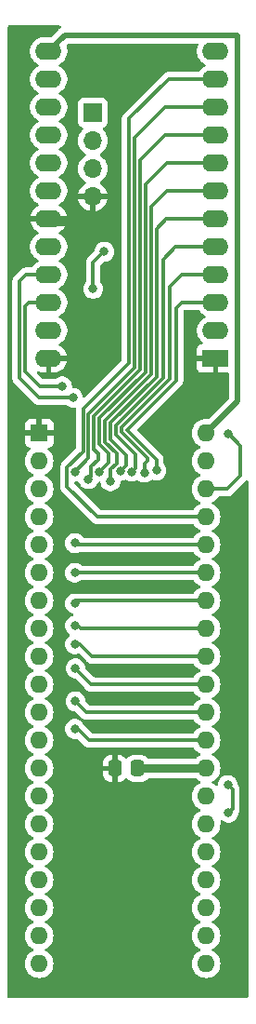
<source format=gbr>
%TF.GenerationSoftware,KiCad,Pcbnew,8.0.3*%
%TF.CreationDate,2024-06-20T16:00:29+02:00*%
%TF.ProjectId,adapter 8913-8910 long board reverse on air,61646170-7465-4722-9038-3931332d3839,rev?*%
%TF.SameCoordinates,Original*%
%TF.FileFunction,Copper,L2,Bot*%
%TF.FilePolarity,Positive*%
%FSLAX46Y46*%
G04 Gerber Fmt 4.6, Leading zero omitted, Abs format (unit mm)*
G04 Created by KiCad (PCBNEW 8.0.3) date 2024-06-20 16:00:29*
%MOMM*%
%LPD*%
G01*
G04 APERTURE LIST*
G04 Aperture macros list*
%AMRoundRect*
0 Rectangle with rounded corners*
0 $1 Rounding radius*
0 $2 $3 $4 $5 $6 $7 $8 $9 X,Y pos of 4 corners*
0 Add a 4 corners polygon primitive as box body*
4,1,4,$2,$3,$4,$5,$6,$7,$8,$9,$2,$3,0*
0 Add four circle primitives for the rounded corners*
1,1,$1+$1,$2,$3*
1,1,$1+$1,$4,$5*
1,1,$1+$1,$6,$7*
1,1,$1+$1,$8,$9*
0 Add four rect primitives between the rounded corners*
20,1,$1+$1,$2,$3,$4,$5,0*
20,1,$1+$1,$4,$5,$6,$7,0*
20,1,$1+$1,$6,$7,$8,$9,0*
20,1,$1+$1,$8,$9,$2,$3,0*%
G04 Aperture macros list end*
%TA.AperFunction,ComponentPad*%
%ADD10R,1.600000X1.600000*%
%TD*%
%TA.AperFunction,ComponentPad*%
%ADD11O,1.600000X1.600000*%
%TD*%
%TA.AperFunction,ComponentPad*%
%ADD12R,2.400000X1.600000*%
%TD*%
%TA.AperFunction,ComponentPad*%
%ADD13O,2.400000X1.600000*%
%TD*%
%TA.AperFunction,ComponentPad*%
%ADD14R,1.700000X1.700000*%
%TD*%
%TA.AperFunction,ComponentPad*%
%ADD15O,1.700000X1.700000*%
%TD*%
%TA.AperFunction,SMDPad,CuDef*%
%ADD16RoundRect,0.250000X0.337500X0.475000X-0.337500X0.475000X-0.337500X-0.475000X0.337500X-0.475000X0*%
%TD*%
%TA.AperFunction,ViaPad*%
%ADD17C,0.800000*%
%TD*%
%TA.AperFunction,Conductor*%
%ADD18C,0.300000*%
%TD*%
%TA.AperFunction,Conductor*%
%ADD19C,0.508000*%
%TD*%
%TA.AperFunction,Conductor*%
%ADD20C,0.762000*%
%TD*%
G04 APERTURE END LIST*
D10*
%TO.P,U1,1,Vss*%
%TO.N,GND*%
X164300000Y-95600000D03*
D11*
%TO.P,U1,2,N/C*%
%TO.N,unconnected-(U1-N{slash}C-Pad2)*%
X164300000Y-98140000D03*
%TO.P,U1,3,ch_B*%
%TO.N,Net-(Audio_OUT_J1-Pin_2)*%
X164300000Y-100680000D03*
%TO.P,U1,4,ch_A*%
%TO.N,Net-(Audio_OUT_J1-Pin_1)*%
X164300000Y-103220000D03*
%TO.P,U1,5,N/C*%
%TO.N,unconnected-(U1-N{slash}C-Pad5)*%
X164300000Y-105760000D03*
%TO.P,U1,6,IOB7*%
%TO.N,unconnected-(U1-IOB7-Pad6)*%
X164300000Y-108300000D03*
%TO.P,U1,7,IOB6*%
%TO.N,unconnected-(U1-IOB6-Pad7)*%
X164300000Y-110840000D03*
%TO.P,U1,8,IOB5*%
%TO.N,unconnected-(U1-IOB5-Pad8)*%
X164300000Y-113380000D03*
%TO.P,U1,9,IOB4*%
%TO.N,unconnected-(U1-IOB4-Pad9)*%
X164300000Y-115920000D03*
%TO.P,U1,10,IOB3*%
%TO.N,unconnected-(U1-IOB3-Pad10)*%
X164300000Y-118460000D03*
%TO.P,U1,11,IOB2*%
%TO.N,unconnected-(U1-IOB2-Pad11)*%
X164300000Y-121000000D03*
%TO.P,U1,12,IOB1*%
%TO.N,unconnected-(U1-IOB1-Pad12)*%
X164300000Y-123540000D03*
%TO.P,U1,13,IOB0*%
%TO.N,unconnected-(U1-IOB0-Pad13)*%
X164300000Y-126080000D03*
%TO.P,U1,14,IOA7*%
%TO.N,unconnected-(U1-IOA7-Pad14)*%
X164300000Y-128620000D03*
%TO.P,U1,15,IOA6*%
%TO.N,unconnected-(U1-IOA6-Pad15)*%
X164300000Y-131160000D03*
%TO.P,U1,16,IOA5*%
%TO.N,unconnected-(U1-IOA5-Pad16)*%
X164300000Y-133700000D03*
%TO.P,U1,17,IOA4*%
%TO.N,unconnected-(U1-IOA4-Pad17)*%
X164300000Y-136240000D03*
%TO.P,U1,18,IOA3*%
%TO.N,unconnected-(U1-IOA3-Pad18)*%
X164300000Y-138780000D03*
%TO.P,U1,19,IOA2*%
%TO.N,unconnected-(U1-IOA2-Pad19)*%
X164300000Y-141320000D03*
%TO.P,U1,20,IOA1*%
%TO.N,unconnected-(U1-IOA1-Pad20)*%
X164300000Y-143860000D03*
%TO.P,U1,21,IOA0*%
%TO.N,unconnected-(U1-IOA0-Pad21)*%
X179540000Y-143860000D03*
%TO.P,U1,22,CLOCK*%
%TO.N,Net-(U1-CLOCK)*%
X179540000Y-141320000D03*
%TO.P,U1,23,~{RESET}*%
%TO.N,Net-(U1-~{RESET})*%
X179540000Y-138780000D03*
%TO.P,U1,24,~{A9}*%
%TO.N,Net-(U1-~{A9})*%
X179540000Y-136240000D03*
%TO.P,U1,25,A8*%
%TO.N,Net-(U1-A8)*%
X179540000Y-133700000D03*
%TO.P,U1,26,TEST2*%
%TO.N,unconnected-(U1-TEST2-Pad26)*%
X179540000Y-131160000D03*
%TO.P,U1,27,BDIR*%
%TO.N,Net-(U1-BDIR)*%
X179540000Y-128620000D03*
%TO.P,U1,28,BC2*%
%TO.N,+5V*%
X179540000Y-126080000D03*
%TO.P,U1,29,BC1*%
%TO.N,Net-(U1-BC1)*%
X179540000Y-123540000D03*
%TO.P,U1,30,D7*%
%TO.N,Net-(U1-D7)*%
X179540000Y-121000000D03*
%TO.P,U1,31,D6*%
%TO.N,Net-(U1-D6)*%
X179540000Y-118460000D03*
%TO.P,U1,32,D5*%
%TO.N,Net-(U1-D5)*%
X179540000Y-115920000D03*
%TO.P,U1,33,D4*%
%TO.N,Net-(U1-D4)*%
X179540000Y-113380000D03*
%TO.P,U1,34,D3*%
%TO.N,Net-(U1-D3)*%
X179540000Y-110840000D03*
%TO.P,U1,35,D2*%
%TO.N,Net-(U1-D2)*%
X179540000Y-108300000D03*
%TO.P,U1,36,D1*%
%TO.N,Net-(U1-D1)*%
X179540000Y-105760000D03*
%TO.P,U1,37,D0*%
%TO.N,Net-(U1-D0)*%
X179540000Y-103220000D03*
%TO.P,U1,38,ch_C*%
%TO.N,Net-(Audio_OUT_J1-Pin_3)*%
X179540000Y-100680000D03*
%TO.P,U1,39,TEST1*%
%TO.N,unconnected-(U1-TEST1-Pad39)*%
X179540000Y-98140000D03*
%TO.P,U1,40,Vcc*%
%TO.N,+5V*%
X179540000Y-95600000D03*
%TD*%
D12*
%TO.P,U2,1,Vss*%
%TO.N,GND*%
X180400000Y-88800000D03*
D13*
%TO.P,U2,2,BDIR*%
%TO.N,Net-(U1-BDIR)*%
X180400000Y-86260000D03*
%TO.P,U2,3,BC1*%
%TO.N,Net-(U1-BC1)*%
X180400000Y-83720000D03*
%TO.P,U2,4,D7*%
%TO.N,Net-(U1-D7)*%
X180400000Y-81180000D03*
%TO.P,U2,5,D6*%
%TO.N,Net-(U1-D6)*%
X180400000Y-78640000D03*
%TO.P,U2,6,D5*%
%TO.N,Net-(U1-D5)*%
X180400000Y-76100000D03*
%TO.P,U2,7,D4*%
%TO.N,Net-(U1-D4)*%
X180400000Y-73560000D03*
%TO.P,U2,8,D3*%
%TO.N,Net-(U1-D3)*%
X180400000Y-71020000D03*
%TO.P,U2,9,D2*%
%TO.N,Net-(U1-D2)*%
X180400000Y-68480000D03*
%TO.P,U2,10,D1*%
%TO.N,Net-(U1-D1)*%
X180400000Y-65940000D03*
%TO.P,U2,11,D0*%
%TO.N,Net-(U1-D0)*%
X180400000Y-63400000D03*
%TO.P,U2,12,TEST_2*%
%TO.N,unconnected-(U2-TEST_2-Pad12)*%
X180400000Y-60860000D03*
%TO.P,U2,13,Vcc*%
%TO.N,+5V*%
X165160000Y-60860000D03*
%TO.P,U2,14,TEST_I*%
%TO.N,unconnected-(U2-TEST_I-Pad14)*%
X165160000Y-63400000D03*
%TO.P,U2,15,ch_B*%
%TO.N,Net-(Audio_OUT_J1-Pin_2)*%
X165160000Y-65940000D03*
%TO.P,U2,16,N/C*%
%TO.N,unconnected-(U2-N{slash}C-Pad16)*%
X165160000Y-68480000D03*
%TO.P,U2,17,ch_A*%
%TO.N,Net-(Audio_OUT_J1-Pin_1)*%
X165160000Y-71020000D03*
%TO.P,U2,18,ch_C*%
%TO.N,Net-(Audio_OUT_J1-Pin_3)*%
X165160000Y-73560000D03*
%TO.P,U2,19,Vss*%
%TO.N,GND*%
X165160000Y-76100000D03*
%TO.P,U2,20,CLOCK*%
%TO.N,Net-(U1-CLOCK)*%
X165160000Y-78640000D03*
%TO.P,U2,21,~{RESET}*%
%TO.N,Net-(U1-~{RESET})*%
X165160000Y-81180000D03*
%TO.P,U2,22,~{A9}*%
%TO.N,Net-(U1-~{A9})*%
X165160000Y-83720000D03*
%TO.P,U2,23,A8*%
%TO.N,Net-(U1-A8)*%
X165160000Y-86260000D03*
%TO.P,U2,24,~{CE}*%
%TO.N,GND*%
X165160000Y-88800000D03*
%TD*%
D14*
%TO.P,Audio_OUT_J1,1,Pin_1*%
%TO.N,Net-(Audio_OUT_J1-Pin_1)*%
X169200000Y-66460000D03*
D15*
%TO.P,Audio_OUT_J1,2,Pin_2*%
%TO.N,Net-(Audio_OUT_J1-Pin_2)*%
X169200000Y-69000000D03*
%TO.P,Audio_OUT_J1,3,Pin_3*%
%TO.N,Net-(Audio_OUT_J1-Pin_3)*%
X169200000Y-71540000D03*
%TO.P,Audio_OUT_J1,4,Pin_4*%
%TO.N,GND*%
X169200000Y-74080000D03*
%TD*%
D16*
%TO.P,C1,1*%
%TO.N,+5V*%
X173275000Y-126100000D03*
%TO.P,C1,2*%
%TO.N,GND*%
X171200000Y-126100000D03*
%TD*%
D17*
%TO.N,Net-(U1-D3)*%
X169800000Y-99100000D03*
X167549995Y-111100000D03*
%TO.N,Net-(U1-D5)*%
X171746975Y-99033638D03*
X167549995Y-114800000D03*
%TO.N,Net-(U1-BC1)*%
X175000000Y-99000000D03*
X167549995Y-122500000D03*
%TO.N,Net-(U1-D7)*%
X173900000Y-99200000D03*
X167600000Y-120000000D03*
%TO.N,Net-(U1-~{A9})*%
X166390000Y-91350000D03*
%TO.N,Net-(U1-D6)*%
X167600000Y-117000000D03*
X172750005Y-99100000D03*
%TO.N,Net-(U1-~{RESET})*%
X167380000Y-92380000D03*
%TO.N,Net-(U1-D4)*%
X170800000Y-100000000D03*
X167549995Y-113100000D03*
%TO.N,Net-(U1-CLOCK)*%
X181510000Y-127610000D03*
X181580000Y-130130000D03*
%TO.N,Net-(U1-D1)*%
X167549995Y-105600000D03*
X167600000Y-99100000D03*
%TO.N,Net-(U1-D2)*%
X167549995Y-108300000D03*
X168800000Y-99800000D03*
%TO.N,GND*%
X171200000Y-101700000D03*
X168000000Y-63660000D03*
X173700000Y-104500000D03*
X170880000Y-76330000D03*
X171120000Y-63650000D03*
X178100000Y-86800000D03*
X173700000Y-101700000D03*
X171200000Y-104450000D03*
X169150000Y-62190000D03*
X162390000Y-59600000D03*
%TO.N,Net-(Audio_OUT_J1-Pin_3)*%
X181550000Y-95690000D03*
X169220000Y-82480000D03*
X170240000Y-79100000D03*
%TD*%
D18*
%TO.N,Net-(U1-D3)*%
X175980000Y-71020000D02*
X180400000Y-71020000D01*
X167760000Y-110840000D02*
X179540000Y-110840000D01*
X174000000Y-73000000D02*
X175980000Y-71020000D01*
X169800000Y-96614212D02*
X169800000Y-94264470D01*
X174000000Y-90064470D02*
X174000000Y-73000000D01*
X169800000Y-94264470D02*
X174000000Y-90064470D01*
X169800000Y-99100000D02*
X170590000Y-98310000D01*
X170592893Y-97407105D02*
X169800000Y-96614212D01*
X167500000Y-111100000D02*
X167760000Y-110840000D01*
X169800000Y-98900000D02*
X169800000Y-99100000D01*
X170590000Y-97930000D02*
X170592893Y-97927107D01*
X170590000Y-98310000D02*
X170590000Y-97930000D01*
X170592893Y-97927107D02*
X170592893Y-97407105D01*
%TO.N,Net-(U1-D5)*%
X175000000Y-90478682D02*
X175000000Y-77000000D01*
X170800000Y-96200000D02*
X170800000Y-94678682D01*
X172200000Y-97600000D02*
X170800000Y-96200000D01*
X175900000Y-76100000D02*
X180400000Y-76100000D01*
X171746975Y-99033638D02*
X171743476Y-99033638D01*
X172200000Y-98577114D02*
X172200000Y-97600000D01*
X171743476Y-99033638D02*
X172200000Y-98577114D01*
X175000000Y-77000000D02*
X175900000Y-76100000D01*
X169120000Y-115920000D02*
X179540000Y-115920000D01*
X170800000Y-94678682D02*
X175000000Y-90478682D01*
X168000000Y-114800000D02*
X169120000Y-115920000D01*
%TO.N,Net-(U1-BC1)*%
X176800000Y-90800000D02*
X176800000Y-84200000D01*
X177280000Y-83720000D02*
X180400000Y-83720000D01*
X174892281Y-98975965D02*
X175000000Y-99000000D01*
X175000000Y-98000000D02*
X172300000Y-95300000D01*
X172300000Y-95300000D02*
X176800000Y-90800000D01*
X167800000Y-122500000D02*
X168840000Y-123540000D01*
X168840000Y-123540000D02*
X179540000Y-123540000D01*
X176800000Y-84200000D02*
X177280000Y-83720000D01*
X175000000Y-99000000D02*
X175000000Y-98000000D01*
%TO.N,Net-(U1-D7)*%
X177320000Y-81180000D02*
X180400000Y-81180000D01*
X173900000Y-98360000D02*
X174150000Y-98110000D01*
X167600000Y-120000000D02*
X168600000Y-121000000D01*
X174150000Y-97857106D02*
X171800000Y-95507106D01*
X173900000Y-99100000D02*
X173900000Y-99200000D01*
X171800000Y-95092894D02*
X176200000Y-90692894D01*
X173900000Y-99200000D02*
X173900000Y-98360000D01*
X171800000Y-95507106D02*
X171800000Y-95092894D01*
X176200000Y-90692894D02*
X176200000Y-82300000D01*
X176200000Y-82300000D02*
X177320000Y-81180000D01*
X168600000Y-121000000D02*
X179540000Y-121000000D01*
X174150000Y-98110000D02*
X174150000Y-97857106D01*
%TO.N,Net-(U1-~{A9})*%
X163000000Y-90000000D02*
X163000000Y-84100000D01*
X163380000Y-83720000D02*
X165160000Y-83720000D01*
X166390000Y-91350000D02*
X164350000Y-91350000D01*
X163000000Y-84100000D02*
X163380000Y-83720000D01*
X164350000Y-91350000D02*
X163000000Y-90000000D01*
%TO.N,Net-(U1-D6)*%
X169009995Y-118460000D02*
X169009995Y-118409995D01*
X175600000Y-90585788D02*
X175600000Y-79800000D01*
X175600000Y-79800000D02*
X176760000Y-78640000D01*
X173080000Y-97520000D02*
X171300000Y-95740000D01*
X169009995Y-118409995D02*
X167600000Y-117000000D01*
X173080000Y-98770005D02*
X173080000Y-97520000D01*
X176760000Y-78640000D02*
X180400000Y-78640000D01*
X172750005Y-99100000D02*
X173080000Y-98770005D01*
X171300000Y-95740000D02*
X171300000Y-94885788D01*
X169009995Y-118460000D02*
X179540000Y-118460000D01*
X171300000Y-94885788D02*
X175600000Y-90585788D01*
%TO.N,Net-(U1-~{RESET})*%
X162490000Y-90590000D02*
X162490000Y-81810000D01*
X163120000Y-81180000D02*
X165160000Y-81180000D01*
X162490000Y-81810000D02*
X163120000Y-81180000D01*
X164280000Y-92380000D02*
X162490000Y-90590000D01*
X167380000Y-92380000D02*
X164280000Y-92380000D01*
%TO.N,Net-(U1-D0)*%
X179540000Y-103220000D02*
X169588629Y-103220000D01*
X169588629Y-103220000D02*
X166850000Y-100481371D01*
X168300000Y-93400000D02*
X172500000Y-89200000D01*
X176100000Y-63400000D02*
X180400000Y-63400000D01*
X172500000Y-67000000D02*
X176100000Y-63400000D01*
X172500000Y-89200000D02*
X172500000Y-67000000D01*
X166850000Y-100481371D02*
X166850000Y-98725007D01*
X166850000Y-98725007D02*
X168300000Y-97275007D01*
X168300000Y-97275007D02*
X168300000Y-93400000D01*
%TO.N,Net-(U1-D4)*%
X168080000Y-113380000D02*
X179540000Y-113380000D01*
X174500000Y-75000000D02*
X175940000Y-73560000D01*
X170800000Y-100000000D02*
X170800000Y-98919952D01*
X171370000Y-98349952D02*
X171370000Y-97477106D01*
X174500000Y-90271576D02*
X174500000Y-75000000D01*
X175940000Y-73560000D02*
X180400000Y-73560000D01*
X170300000Y-94471576D02*
X174500000Y-90271576D01*
X170800000Y-98919952D02*
X171370000Y-98349952D01*
X171370000Y-97477106D02*
X170300000Y-96407106D01*
X167800000Y-113100000D02*
X168080000Y-113380000D01*
X170300000Y-96407106D02*
X170300000Y-94471576D01*
%TO.N,Net-(U1-CLOCK)*%
X181580000Y-130130000D02*
X181950000Y-129760000D01*
X181950000Y-128050000D02*
X181510000Y-127610000D01*
X181950000Y-129760000D02*
X181950000Y-128050000D01*
D19*
%TO.N,+5V*%
X179540000Y-95600000D02*
X182400000Y-92740000D01*
D20*
X173100000Y-126100000D02*
X179520000Y-126100000D01*
D19*
X182400000Y-59400000D02*
X166620000Y-59400000D01*
X182400000Y-92740000D02*
X182400000Y-59400000D01*
X166620000Y-59400000D02*
X165160000Y-60860000D01*
D20*
X179520000Y-126100000D02*
X179540000Y-126080000D01*
D18*
%TO.N,Net-(U1-D1)*%
X167600000Y-99082113D02*
X167600000Y-99125011D01*
X168800000Y-93850258D02*
X173000000Y-89650258D01*
X179540000Y-105760000D02*
X167660000Y-105760000D01*
X173000000Y-68700000D02*
X175760000Y-65940000D01*
X175760000Y-65940000D02*
X180400000Y-65940000D01*
X168800000Y-97900000D02*
X168800000Y-93850258D01*
X167660000Y-105760000D02*
X167500000Y-105600000D01*
X173000000Y-89650258D02*
X173000000Y-68700000D01*
X167600000Y-99100000D02*
X168800000Y-97900000D01*
%TO.N,Net-(U1-D2)*%
X169050000Y-99550000D02*
X169050000Y-98610000D01*
X169300000Y-94057364D02*
X173500000Y-89857364D01*
X169660000Y-98000000D02*
X169660000Y-97440000D01*
X169660000Y-97440000D02*
X169300000Y-97080000D01*
X169300000Y-97080000D02*
X169300000Y-94057364D01*
X173500000Y-89857364D02*
X173500000Y-70800000D01*
X173500000Y-70800000D02*
X175820000Y-68480000D01*
X168800000Y-99800000D02*
X169050000Y-99550000D01*
X175820000Y-68480000D02*
X180400000Y-68480000D01*
X169050000Y-98610000D02*
X169660000Y-98000000D01*
X167500000Y-108300000D02*
X179540000Y-108300000D01*
D20*
%TO.N,GND*%
X169269000Y-76330000D02*
X169265000Y-76326000D01*
X170880000Y-76330000D02*
X169269000Y-76330000D01*
X170880000Y-76330000D02*
X170876000Y-76326000D01*
X170876000Y-76326000D02*
X165386000Y-76326000D01*
X165386000Y-76326000D02*
X165160000Y-76100000D01*
D18*
%TO.N,Net-(Audio_OUT_J1-Pin_3)*%
X181550000Y-95690000D02*
X181550000Y-95650000D01*
X169220000Y-82480000D02*
X169220000Y-80070000D01*
X179540000Y-100680000D02*
X181500000Y-100680000D01*
X170240000Y-79050000D02*
X170200000Y-79090000D01*
X181590000Y-95690000D02*
X181550000Y-95690000D01*
X182680000Y-96780000D02*
X181590000Y-95690000D01*
X182680000Y-99500000D02*
X182680000Y-96780000D01*
X181500000Y-100680000D02*
X182680000Y-99500000D01*
X169220000Y-80070000D02*
X170190000Y-79100000D01*
X170190000Y-79100000D02*
X170240000Y-79100000D01*
X181550000Y-95650000D02*
X181540000Y-95640000D01*
X170240000Y-79100000D02*
X170240000Y-79050000D01*
%TD*%
%TA.AperFunction,Conductor*%
%TO.N,GND*%
G36*
X166228983Y-58545185D02*
G01*
X166274738Y-58597989D01*
X166284682Y-58667147D01*
X166255657Y-58730703D01*
X166230835Y-58752602D01*
X166139033Y-58813941D01*
X166086487Y-58866487D01*
X166033941Y-58919034D01*
X166033939Y-58919036D01*
X165429795Y-59523181D01*
X165368472Y-59556666D01*
X165342114Y-59559500D01*
X164657648Y-59559500D01*
X164633329Y-59563351D01*
X164455465Y-59591522D01*
X164260776Y-59654781D01*
X164078386Y-59747715D01*
X163912786Y-59868028D01*
X163768028Y-60012786D01*
X163647715Y-60178386D01*
X163554781Y-60360776D01*
X163491522Y-60555465D01*
X163459500Y-60757648D01*
X163459500Y-60962351D01*
X163491522Y-61164534D01*
X163554781Y-61359223D01*
X163647715Y-61541613D01*
X163768028Y-61707213D01*
X163912786Y-61851971D01*
X164067749Y-61964556D01*
X164078390Y-61972287D01*
X164169840Y-62018883D01*
X164171080Y-62019515D01*
X164221876Y-62067490D01*
X164238671Y-62135311D01*
X164216134Y-62201446D01*
X164171080Y-62240485D01*
X164078386Y-62287715D01*
X163912786Y-62408028D01*
X163768028Y-62552786D01*
X163647715Y-62718386D01*
X163554781Y-62900776D01*
X163491522Y-63095465D01*
X163459500Y-63297648D01*
X163459500Y-63502351D01*
X163491522Y-63704534D01*
X163554781Y-63899223D01*
X163647715Y-64081613D01*
X163768028Y-64247213D01*
X163912786Y-64391971D01*
X164067749Y-64504556D01*
X164078390Y-64512287D01*
X164169840Y-64558883D01*
X164171080Y-64559515D01*
X164221876Y-64607490D01*
X164238671Y-64675311D01*
X164216134Y-64741446D01*
X164171080Y-64780485D01*
X164078386Y-64827715D01*
X163912786Y-64948028D01*
X163768028Y-65092786D01*
X163647715Y-65258386D01*
X163554781Y-65440776D01*
X163491522Y-65635465D01*
X163459500Y-65837648D01*
X163459500Y-66042351D01*
X163491522Y-66244534D01*
X163554781Y-66439223D01*
X163618691Y-66564653D01*
X163629225Y-66585326D01*
X163647715Y-66621613D01*
X163768028Y-66787213D01*
X163912786Y-66931971D01*
X164067749Y-67044556D01*
X164078390Y-67052287D01*
X164169840Y-67098883D01*
X164171080Y-67099515D01*
X164221876Y-67147490D01*
X164238671Y-67215311D01*
X164216134Y-67281446D01*
X164171080Y-67320485D01*
X164078386Y-67367715D01*
X163912786Y-67488028D01*
X163768028Y-67632786D01*
X163647715Y-67798386D01*
X163554781Y-67980776D01*
X163491522Y-68175465D01*
X163459500Y-68377648D01*
X163459500Y-68582351D01*
X163491522Y-68784534D01*
X163554781Y-68979223D01*
X163647715Y-69161613D01*
X163768028Y-69327213D01*
X163912786Y-69471971D01*
X164015194Y-69546373D01*
X164078390Y-69592287D01*
X164169840Y-69638883D01*
X164171080Y-69639515D01*
X164221876Y-69687490D01*
X164238671Y-69755311D01*
X164216134Y-69821446D01*
X164171080Y-69860485D01*
X164078386Y-69907715D01*
X163912786Y-70028028D01*
X163768028Y-70172786D01*
X163647715Y-70338386D01*
X163554781Y-70520776D01*
X163491522Y-70715465D01*
X163459500Y-70917648D01*
X163459500Y-71122351D01*
X163491522Y-71324534D01*
X163554781Y-71519223D01*
X163647715Y-71701613D01*
X163768028Y-71867213D01*
X163912786Y-72011971D01*
X164067749Y-72124556D01*
X164078390Y-72132287D01*
X164169840Y-72178883D01*
X164171080Y-72179515D01*
X164221876Y-72227490D01*
X164238671Y-72295311D01*
X164216134Y-72361446D01*
X164171080Y-72400485D01*
X164078386Y-72447715D01*
X163912786Y-72568028D01*
X163768028Y-72712786D01*
X163647715Y-72878386D01*
X163554781Y-73060776D01*
X163491522Y-73255465D01*
X163459500Y-73457648D01*
X163459500Y-73662351D01*
X163491522Y-73864534D01*
X163554781Y-74059223D01*
X163647715Y-74241613D01*
X163768028Y-74407213D01*
X163912786Y-74551971D01*
X164067749Y-74664556D01*
X164078390Y-74672287D01*
X164150424Y-74708990D01*
X164171629Y-74719795D01*
X164222425Y-74767770D01*
X164239220Y-74835591D01*
X164216682Y-74901726D01*
X164171629Y-74940765D01*
X164078650Y-74988140D01*
X163913105Y-75108417D01*
X163913104Y-75108417D01*
X163768417Y-75253104D01*
X163768417Y-75253105D01*
X163648140Y-75418650D01*
X163555244Y-75600970D01*
X163492009Y-75795586D01*
X163483391Y-75850000D01*
X164844314Y-75850000D01*
X164839920Y-75854394D01*
X164787259Y-75945606D01*
X164760000Y-76047339D01*
X164760000Y-76152661D01*
X164787259Y-76254394D01*
X164839920Y-76345606D01*
X164844314Y-76350000D01*
X163483391Y-76350000D01*
X163492009Y-76404413D01*
X163555244Y-76599029D01*
X163648140Y-76781349D01*
X163768417Y-76946894D01*
X163768417Y-76946895D01*
X163913104Y-77091582D01*
X164078652Y-77211861D01*
X164171628Y-77259234D01*
X164222425Y-77307208D01*
X164239220Y-77375029D01*
X164216683Y-77441164D01*
X164171630Y-77480203D01*
X164078388Y-77527713D01*
X163912786Y-77648028D01*
X163768028Y-77792786D01*
X163647715Y-77958386D01*
X163554781Y-78140776D01*
X163491522Y-78335465D01*
X163459500Y-78537648D01*
X163459500Y-78742351D01*
X163491522Y-78944534D01*
X163554781Y-79139223D01*
X163647715Y-79321613D01*
X163768028Y-79487213D01*
X163912786Y-79631971D01*
X164067749Y-79744556D01*
X164078390Y-79752287D01*
X164169840Y-79798883D01*
X164171080Y-79799515D01*
X164221876Y-79847490D01*
X164238671Y-79915311D01*
X164216134Y-79981446D01*
X164171080Y-80020485D01*
X164078386Y-80067715D01*
X163912786Y-80188028D01*
X163768034Y-80332780D01*
X163768030Y-80332786D01*
X163662246Y-80478386D01*
X163606918Y-80521051D01*
X163561929Y-80529500D01*
X163055929Y-80529500D01*
X162930261Y-80554497D01*
X162930251Y-80554500D01*
X162881220Y-80574810D01*
X162811881Y-80603530D01*
X162811863Y-80603540D01*
X162705332Y-80674721D01*
X162705325Y-80674727D01*
X161984726Y-81395326D01*
X161984723Y-81395331D01*
X161922720Y-81488126D01*
X161913535Y-81501873D01*
X161913534Y-81501873D01*
X161864499Y-81620255D01*
X161864497Y-81620261D01*
X161839500Y-81745928D01*
X161839500Y-90654071D01*
X161844621Y-90679815D01*
X161862415Y-90769266D01*
X161864499Y-90779744D01*
X161864500Y-90779748D01*
X161864501Y-90779749D01*
X161913532Y-90898123D01*
X161984726Y-91004673D01*
X163865324Y-92885271D01*
X163865331Y-92885277D01*
X163971871Y-92956464D01*
X163971870Y-92956464D01*
X163980600Y-92960080D01*
X164090256Y-93005501D01*
X164090260Y-93005501D01*
X164090261Y-93005502D01*
X164215928Y-93030500D01*
X164215931Y-93030500D01*
X166703025Y-93030500D01*
X166770064Y-93050185D01*
X166775910Y-93054182D01*
X166927265Y-93164148D01*
X166927270Y-93164151D01*
X167100192Y-93241142D01*
X167100197Y-93241144D01*
X167285354Y-93280500D01*
X167285355Y-93280500D01*
X167474644Y-93280500D01*
X167474646Y-93280500D01*
X167499720Y-93275170D01*
X167569385Y-93280485D01*
X167625119Y-93322622D01*
X167649225Y-93388201D01*
X167649500Y-93396460D01*
X167649500Y-96954198D01*
X167629815Y-97021237D01*
X167613181Y-97041879D01*
X166344727Y-98310332D01*
X166344724Y-98310335D01*
X166279377Y-98408136D01*
X166273536Y-98416877D01*
X166273534Y-98416881D01*
X166224499Y-98535262D01*
X166224497Y-98535268D01*
X166199500Y-98660935D01*
X166199500Y-100545441D01*
X166213522Y-100615930D01*
X166213522Y-100615932D01*
X166222515Y-100661144D01*
X166224499Y-100671115D01*
X166273535Y-100789498D01*
X166321407Y-100861144D01*
X166344726Y-100896044D01*
X169173956Y-103725274D01*
X169173959Y-103725276D01*
X169276865Y-103794035D01*
X169280500Y-103796464D01*
X169280501Y-103796464D01*
X169280502Y-103796465D01*
X169398885Y-103845501D01*
X169398889Y-103845501D01*
X169398890Y-103845502D01*
X169524557Y-103870500D01*
X169524560Y-103870500D01*
X178343317Y-103870500D01*
X178410356Y-103890185D01*
X178444892Y-103923377D01*
X178539954Y-104059141D01*
X178700858Y-104220045D01*
X178700861Y-104220047D01*
X178887266Y-104350568D01*
X178945275Y-104377618D01*
X178997714Y-104423791D01*
X179016866Y-104490984D01*
X178996650Y-104557865D01*
X178945275Y-104602382D01*
X178887267Y-104629431D01*
X178887265Y-104629432D01*
X178700858Y-104759954D01*
X178539954Y-104920858D01*
X178444892Y-105056623D01*
X178390315Y-105100248D01*
X178343317Y-105109500D01*
X168375297Y-105109500D01*
X168308258Y-105089815D01*
X168283147Y-105068472D01*
X168282528Y-105067785D01*
X168282528Y-105067784D01*
X168155866Y-104927112D01*
X168155865Y-104927111D01*
X168002729Y-104815851D01*
X168002724Y-104815848D01*
X167829802Y-104738857D01*
X167829797Y-104738855D01*
X167683996Y-104707865D01*
X167644641Y-104699500D01*
X167455349Y-104699500D01*
X167422892Y-104706398D01*
X167270192Y-104738855D01*
X167270187Y-104738857D01*
X167097265Y-104815848D01*
X167097260Y-104815851D01*
X166944124Y-104927111D01*
X166817461Y-105067785D01*
X166722816Y-105231715D01*
X166722813Y-105231722D01*
X166664322Y-105411740D01*
X166664321Y-105411744D01*
X166644535Y-105600000D01*
X166664321Y-105788256D01*
X166664322Y-105788259D01*
X166722813Y-105968277D01*
X166722816Y-105968284D01*
X166817462Y-106132216D01*
X166884345Y-106206497D01*
X166944124Y-106272888D01*
X167097260Y-106384148D01*
X167097265Y-106384151D01*
X167270187Y-106461142D01*
X167270192Y-106461144D01*
X167455349Y-106500500D01*
X167455350Y-106500500D01*
X167644639Y-106500500D01*
X167644641Y-106500500D01*
X167829798Y-106461144D01*
X167874820Y-106441098D01*
X167919466Y-106421221D01*
X167969902Y-106410500D01*
X178343317Y-106410500D01*
X178410356Y-106430185D01*
X178444892Y-106463377D01*
X178539954Y-106599141D01*
X178700858Y-106760045D01*
X178700861Y-106760047D01*
X178887266Y-106890568D01*
X178945275Y-106917618D01*
X178997714Y-106963791D01*
X179016866Y-107030984D01*
X178996650Y-107097865D01*
X178945275Y-107142382D01*
X178887267Y-107169431D01*
X178887265Y-107169432D01*
X178700858Y-107299954D01*
X178539954Y-107460858D01*
X178444892Y-107596623D01*
X178390315Y-107640248D01*
X178343317Y-107649500D01*
X168226970Y-107649500D01*
X168159931Y-107629815D01*
X168154085Y-107625818D01*
X168002729Y-107515851D01*
X168002724Y-107515848D01*
X167829802Y-107438857D01*
X167829797Y-107438855D01*
X167683996Y-107407865D01*
X167644641Y-107399500D01*
X167455349Y-107399500D01*
X167422892Y-107406398D01*
X167270192Y-107438855D01*
X167270187Y-107438857D01*
X167097265Y-107515848D01*
X167097260Y-107515851D01*
X166944124Y-107627111D01*
X166817461Y-107767785D01*
X166722816Y-107931715D01*
X166722813Y-107931722D01*
X166676808Y-108073313D01*
X166664321Y-108111744D01*
X166644535Y-108300000D01*
X166664321Y-108488256D01*
X166664322Y-108488259D01*
X166722813Y-108668277D01*
X166722816Y-108668284D01*
X166817462Y-108832216D01*
X166925977Y-108952734D01*
X166944124Y-108972888D01*
X167097260Y-109084148D01*
X167097265Y-109084151D01*
X167270187Y-109161142D01*
X167270192Y-109161144D01*
X167455349Y-109200500D01*
X167455350Y-109200500D01*
X167644639Y-109200500D01*
X167644641Y-109200500D01*
X167829798Y-109161144D01*
X168002725Y-109084151D01*
X168154085Y-108974182D01*
X168219891Y-108950702D01*
X168226970Y-108950500D01*
X178343317Y-108950500D01*
X178410356Y-108970185D01*
X178444892Y-109003377D01*
X178539954Y-109139141D01*
X178700858Y-109300045D01*
X178700861Y-109300047D01*
X178887266Y-109430568D01*
X178945275Y-109457618D01*
X178997714Y-109503791D01*
X179016866Y-109570984D01*
X178996650Y-109637865D01*
X178945275Y-109682382D01*
X178887267Y-109709431D01*
X178887265Y-109709432D01*
X178700858Y-109839954D01*
X178539954Y-110000858D01*
X178444892Y-110136623D01*
X178390315Y-110180248D01*
X178343317Y-110189500D01*
X167695931Y-110189500D01*
X167657630Y-110197118D01*
X167633442Y-110199500D01*
X167455349Y-110199500D01*
X167422892Y-110206398D01*
X167270192Y-110238855D01*
X167270187Y-110238857D01*
X167097265Y-110315848D01*
X167097260Y-110315851D01*
X166944124Y-110427111D01*
X166817461Y-110567785D01*
X166722816Y-110731715D01*
X166722813Y-110731722D01*
X166664322Y-110911740D01*
X166664321Y-110911744D01*
X166644535Y-111100000D01*
X166664321Y-111288256D01*
X166664322Y-111288259D01*
X166722813Y-111468277D01*
X166722816Y-111468284D01*
X166817462Y-111632216D01*
X166859712Y-111679139D01*
X166944124Y-111772888D01*
X167097260Y-111884148D01*
X167097265Y-111884151D01*
X167270187Y-111961142D01*
X167270192Y-111961144D01*
X167352834Y-111978710D01*
X167414316Y-112011902D01*
X167448092Y-112073065D01*
X167443440Y-112142780D01*
X167401835Y-112198912D01*
X167352834Y-112221290D01*
X167270192Y-112238855D01*
X167270187Y-112238857D01*
X167097265Y-112315848D01*
X167097260Y-112315851D01*
X166944124Y-112427111D01*
X166817461Y-112567785D01*
X166722816Y-112731715D01*
X166722813Y-112731722D01*
X166664322Y-112911740D01*
X166664321Y-112911744D01*
X166644535Y-113100000D01*
X166664321Y-113288256D01*
X166664322Y-113288259D01*
X166722813Y-113468277D01*
X166722816Y-113468284D01*
X166817462Y-113632216D01*
X166944124Y-113772888D01*
X167017898Y-113826488D01*
X167049822Y-113849682D01*
X167092487Y-113905012D01*
X167098466Y-113974626D01*
X167065860Y-114036421D01*
X167049822Y-114050318D01*
X166944122Y-114127113D01*
X166817461Y-114267785D01*
X166722816Y-114431715D01*
X166722813Y-114431722D01*
X166665947Y-114606739D01*
X166664321Y-114611744D01*
X166644535Y-114800000D01*
X166664321Y-114988256D01*
X166664322Y-114988259D01*
X166722813Y-115168277D01*
X166722816Y-115168284D01*
X166817462Y-115332216D01*
X166944124Y-115472888D01*
X167097260Y-115584148D01*
X167097265Y-115584151D01*
X167270187Y-115661142D01*
X167270192Y-115661144D01*
X167455349Y-115700500D01*
X167455350Y-115700500D01*
X167644639Y-115700500D01*
X167644641Y-115700500D01*
X167829798Y-115661144D01*
X167829808Y-115661139D01*
X167835977Y-115659136D01*
X167836419Y-115660498D01*
X167898260Y-115652200D01*
X167961540Y-115681822D01*
X167967141Y-115687086D01*
X168614724Y-116334669D01*
X168705331Y-116425276D01*
X168705332Y-116425277D01*
X168811866Y-116496461D01*
X168811872Y-116496464D01*
X168811873Y-116496465D01*
X168930256Y-116545501D01*
X168930260Y-116545501D01*
X168930261Y-116545502D01*
X169055928Y-116570500D01*
X169055931Y-116570500D01*
X178343317Y-116570500D01*
X178410356Y-116590185D01*
X178444892Y-116623377D01*
X178539954Y-116759141D01*
X178700858Y-116920045D01*
X178700861Y-116920047D01*
X178887266Y-117050568D01*
X178945275Y-117077618D01*
X178997714Y-117123791D01*
X179016866Y-117190984D01*
X178996650Y-117257865D01*
X178945275Y-117302382D01*
X178887267Y-117329431D01*
X178887265Y-117329432D01*
X178700858Y-117459954D01*
X178539954Y-117620858D01*
X178444892Y-117756623D01*
X178390315Y-117800248D01*
X178343317Y-117809500D01*
X169380808Y-117809500D01*
X169313769Y-117789815D01*
X169293127Y-117773181D01*
X168534808Y-117014862D01*
X168501323Y-116953539D01*
X168499168Y-116940141D01*
X168485674Y-116811745D01*
X168485672Y-116811740D01*
X168427179Y-116631716D01*
X168332533Y-116467784D01*
X168205871Y-116327112D01*
X168205870Y-116327111D01*
X168052734Y-116215851D01*
X168052729Y-116215848D01*
X167879807Y-116138857D01*
X167879802Y-116138855D01*
X167734001Y-116107865D01*
X167694646Y-116099500D01*
X167505354Y-116099500D01*
X167472897Y-116106398D01*
X167320197Y-116138855D01*
X167320192Y-116138857D01*
X167147270Y-116215848D01*
X167147265Y-116215851D01*
X166994129Y-116327111D01*
X166867466Y-116467785D01*
X166772821Y-116631715D01*
X166772818Y-116631722D01*
X166714327Y-116811740D01*
X166714326Y-116811744D01*
X166694540Y-117000000D01*
X166714326Y-117188256D01*
X166714327Y-117188259D01*
X166772818Y-117368277D01*
X166772821Y-117368284D01*
X166867467Y-117532216D01*
X166947281Y-117620858D01*
X166994129Y-117672888D01*
X167147265Y-117784148D01*
X167147270Y-117784151D01*
X167320192Y-117861142D01*
X167320197Y-117861144D01*
X167505354Y-117900500D01*
X167529192Y-117900500D01*
X167596231Y-117920185D01*
X167616873Y-117936819D01*
X168405728Y-118725674D01*
X168430547Y-118762817D01*
X168430660Y-118762757D01*
X168431272Y-118763902D01*
X168432607Y-118765900D01*
X168433527Y-118768121D01*
X168433533Y-118768133D01*
X168504718Y-118874668D01*
X168504721Y-118874672D01*
X168595322Y-118965273D01*
X168595326Y-118965276D01*
X168701861Y-119036461D01*
X168701867Y-119036464D01*
X168701868Y-119036465D01*
X168820251Y-119085501D01*
X168820255Y-119085501D01*
X168820256Y-119085502D01*
X168945923Y-119110500D01*
X168945926Y-119110500D01*
X178343317Y-119110500D01*
X178410356Y-119130185D01*
X178444892Y-119163377D01*
X178539954Y-119299141D01*
X178700858Y-119460045D01*
X178700861Y-119460047D01*
X178887266Y-119590568D01*
X178945275Y-119617618D01*
X178997714Y-119663791D01*
X179016866Y-119730984D01*
X178996650Y-119797865D01*
X178945275Y-119842382D01*
X178887267Y-119869431D01*
X178887265Y-119869432D01*
X178700858Y-119999954D01*
X178539954Y-120160858D01*
X178444892Y-120296623D01*
X178390315Y-120340248D01*
X178343317Y-120349500D01*
X168920808Y-120349500D01*
X168853769Y-120329815D01*
X168833127Y-120313181D01*
X168534808Y-120014862D01*
X168501323Y-119953539D01*
X168499168Y-119940141D01*
X168491736Y-119869429D01*
X168485674Y-119811744D01*
X168427179Y-119631716D01*
X168332533Y-119467784D01*
X168205871Y-119327112D01*
X168205870Y-119327111D01*
X168052734Y-119215851D01*
X168052729Y-119215848D01*
X167879807Y-119138857D01*
X167879802Y-119138855D01*
X167734001Y-119107865D01*
X167694646Y-119099500D01*
X167505354Y-119099500D01*
X167472897Y-119106398D01*
X167320197Y-119138855D01*
X167320192Y-119138857D01*
X167147270Y-119215848D01*
X167147265Y-119215851D01*
X166994129Y-119327111D01*
X166867466Y-119467785D01*
X166772821Y-119631715D01*
X166772818Y-119631722D01*
X166714327Y-119811740D01*
X166714326Y-119811744D01*
X166694540Y-120000000D01*
X166714326Y-120188256D01*
X166714327Y-120188259D01*
X166772818Y-120368277D01*
X166772821Y-120368284D01*
X166867467Y-120532216D01*
X166994129Y-120672888D01*
X167147265Y-120784148D01*
X167147270Y-120784151D01*
X167320192Y-120861142D01*
X167320197Y-120861144D01*
X167505354Y-120900500D01*
X167529192Y-120900500D01*
X167596231Y-120920185D01*
X167616873Y-120936819D01*
X168185325Y-121505272D01*
X168185332Y-121505278D01*
X168291863Y-121576459D01*
X168291867Y-121576461D01*
X168291874Y-121576466D01*
X168347484Y-121599500D01*
X168410256Y-121625501D01*
X168410260Y-121625501D01*
X168410261Y-121625502D01*
X168535928Y-121650500D01*
X168535931Y-121650500D01*
X178343317Y-121650500D01*
X178410356Y-121670185D01*
X178444892Y-121703377D01*
X178539954Y-121839141D01*
X178700858Y-122000045D01*
X178700861Y-122000047D01*
X178887266Y-122130568D01*
X178945275Y-122157618D01*
X178997714Y-122203791D01*
X179016866Y-122270984D01*
X178996650Y-122337865D01*
X178945275Y-122382382D01*
X178887267Y-122409431D01*
X178887265Y-122409432D01*
X178700858Y-122539954D01*
X178539954Y-122700858D01*
X178444892Y-122836623D01*
X178390315Y-122880248D01*
X178343317Y-122889500D01*
X169160808Y-122889500D01*
X169093769Y-122869815D01*
X169073127Y-122853181D01*
X168410504Y-122190558D01*
X168380253Y-122141193D01*
X168377174Y-122131716D01*
X168282528Y-121967784D01*
X168155866Y-121827112D01*
X168155865Y-121827111D01*
X168002729Y-121715851D01*
X168002724Y-121715848D01*
X167829802Y-121638857D01*
X167829797Y-121638855D01*
X167683996Y-121607865D01*
X167644641Y-121599500D01*
X167455349Y-121599500D01*
X167422892Y-121606398D01*
X167270192Y-121638855D01*
X167270187Y-121638857D01*
X167097265Y-121715848D01*
X167097260Y-121715851D01*
X166944124Y-121827111D01*
X166817461Y-121967785D01*
X166722816Y-122131715D01*
X166722813Y-122131722D01*
X166664322Y-122311740D01*
X166664321Y-122311744D01*
X166644535Y-122500000D01*
X166664321Y-122688256D01*
X166664322Y-122688259D01*
X166722813Y-122868277D01*
X166722816Y-122868284D01*
X166817462Y-123032216D01*
X166944124Y-123172888D01*
X167097260Y-123284148D01*
X167097265Y-123284151D01*
X167270187Y-123361142D01*
X167270192Y-123361144D01*
X167455349Y-123400500D01*
X167455350Y-123400500D01*
X167644637Y-123400500D01*
X167644641Y-123400500D01*
X167690876Y-123390672D01*
X167760538Y-123395987D01*
X167804335Y-123424281D01*
X168425325Y-124045272D01*
X168425328Y-124045275D01*
X168528228Y-124114030D01*
X168530085Y-124115270D01*
X168531873Y-124116465D01*
X168650256Y-124165501D01*
X168650260Y-124165501D01*
X168650261Y-124165502D01*
X168775928Y-124190500D01*
X168775931Y-124190500D01*
X178343317Y-124190500D01*
X178410356Y-124210185D01*
X178444892Y-124243377D01*
X178539954Y-124379141D01*
X178700858Y-124540045D01*
X178700861Y-124540047D01*
X178887266Y-124670568D01*
X178945275Y-124697618D01*
X178997714Y-124743791D01*
X179016866Y-124810984D01*
X178996650Y-124877865D01*
X178945275Y-124922382D01*
X178887267Y-124949431D01*
X178887265Y-124949432D01*
X178700862Y-125079951D01*
X178649748Y-125131066D01*
X178598631Y-125182182D01*
X178537311Y-125215666D01*
X178510952Y-125218500D01*
X174312757Y-125218500D01*
X174245718Y-125198815D01*
X174207219Y-125159597D01*
X174205214Y-125156347D01*
X174205211Y-125156343D01*
X174081157Y-125032289D01*
X174081156Y-125032288D01*
X173988388Y-124975069D01*
X173931836Y-124940187D01*
X173931831Y-124940185D01*
X173878105Y-124922382D01*
X173765297Y-124885001D01*
X173765295Y-124885000D01*
X173662510Y-124874500D01*
X172887498Y-124874500D01*
X172887480Y-124874501D01*
X172784703Y-124885000D01*
X172784700Y-124885001D01*
X172618168Y-124940185D01*
X172618163Y-124940187D01*
X172468842Y-125032289D01*
X172344788Y-125156343D01*
X172344783Y-125156349D01*
X172342741Y-125159661D01*
X172340747Y-125161453D01*
X172340307Y-125162011D01*
X172340211Y-125161935D01*
X172290791Y-125206383D01*
X172221828Y-125217602D01*
X172157747Y-125189755D01*
X172131668Y-125159656D01*
X172129819Y-125156659D01*
X172129816Y-125156655D01*
X172005845Y-125032684D01*
X171856624Y-124940643D01*
X171856619Y-124940641D01*
X171690197Y-124885494D01*
X171690190Y-124885493D01*
X171587486Y-124875000D01*
X171450000Y-124875000D01*
X171450000Y-127324999D01*
X171587472Y-127324999D01*
X171587486Y-127324998D01*
X171690197Y-127314505D01*
X171856619Y-127259358D01*
X171856624Y-127259356D01*
X172005845Y-127167315D01*
X172129818Y-127043342D01*
X172131665Y-127040348D01*
X172133469Y-127038724D01*
X172134298Y-127037677D01*
X172134476Y-127037818D01*
X172183610Y-126993621D01*
X172252573Y-126982396D01*
X172316656Y-127010236D01*
X172342743Y-127040341D01*
X172344788Y-127043656D01*
X172468844Y-127167712D01*
X172618166Y-127259814D01*
X172784703Y-127314999D01*
X172887491Y-127325500D01*
X173662508Y-127325499D01*
X173662516Y-127325498D01*
X173662519Y-127325498D01*
X173718802Y-127319748D01*
X173765297Y-127314999D01*
X173931834Y-127259814D01*
X174081156Y-127167712D01*
X174205212Y-127043656D01*
X174206143Y-127042145D01*
X174207219Y-127040403D01*
X174209176Y-127038642D01*
X174209693Y-127037989D01*
X174209804Y-127038077D01*
X174259166Y-126993678D01*
X174312757Y-126981500D01*
X178550952Y-126981500D01*
X178617991Y-127001185D01*
X178638628Y-127017814D01*
X178700861Y-127080047D01*
X178887266Y-127210568D01*
X178945275Y-127237618D01*
X178997714Y-127283791D01*
X179016866Y-127350984D01*
X178996650Y-127417865D01*
X178945275Y-127462382D01*
X178887267Y-127489431D01*
X178887265Y-127489432D01*
X178700858Y-127619954D01*
X178539954Y-127780858D01*
X178409432Y-127967265D01*
X178409431Y-127967267D01*
X178313261Y-128173502D01*
X178313258Y-128173511D01*
X178254366Y-128393302D01*
X178254364Y-128393313D01*
X178234532Y-128619998D01*
X178234532Y-128620001D01*
X178254364Y-128846686D01*
X178254366Y-128846697D01*
X178313258Y-129066488D01*
X178313261Y-129066497D01*
X178409431Y-129272732D01*
X178409432Y-129272734D01*
X178539954Y-129459141D01*
X178700858Y-129620045D01*
X178700861Y-129620047D01*
X178887266Y-129750568D01*
X178911186Y-129761722D01*
X178945275Y-129777618D01*
X178997714Y-129823791D01*
X179016866Y-129890984D01*
X178996650Y-129957865D01*
X178945275Y-130002382D01*
X178887267Y-130029431D01*
X178887265Y-130029432D01*
X178700858Y-130159954D01*
X178539954Y-130320858D01*
X178409432Y-130507265D01*
X178409431Y-130507267D01*
X178313261Y-130713502D01*
X178313258Y-130713511D01*
X178254366Y-130933302D01*
X178254364Y-130933313D01*
X178234532Y-131159998D01*
X178234532Y-131160001D01*
X178254364Y-131386686D01*
X178254366Y-131386697D01*
X178313258Y-131606488D01*
X178313261Y-131606497D01*
X178409431Y-131812732D01*
X178409432Y-131812734D01*
X178539954Y-131999141D01*
X178700858Y-132160045D01*
X178700861Y-132160047D01*
X178887266Y-132290568D01*
X178945275Y-132317618D01*
X178997714Y-132363791D01*
X179016866Y-132430984D01*
X178996650Y-132497865D01*
X178945275Y-132542382D01*
X178887267Y-132569431D01*
X178887265Y-132569432D01*
X178700858Y-132699954D01*
X178539954Y-132860858D01*
X178409432Y-133047265D01*
X178409431Y-133047267D01*
X178313261Y-133253502D01*
X178313258Y-133253511D01*
X178254366Y-133473302D01*
X178254364Y-133473313D01*
X178234532Y-133699998D01*
X178234532Y-133700001D01*
X178254364Y-133926686D01*
X178254366Y-133926697D01*
X178313258Y-134146488D01*
X178313261Y-134146497D01*
X178409431Y-134352732D01*
X178409432Y-134352734D01*
X178539954Y-134539141D01*
X178700858Y-134700045D01*
X178700861Y-134700047D01*
X178887266Y-134830568D01*
X178945275Y-134857618D01*
X178997714Y-134903791D01*
X179016866Y-134970984D01*
X178996650Y-135037865D01*
X178945275Y-135082382D01*
X178887267Y-135109431D01*
X178887265Y-135109432D01*
X178700858Y-135239954D01*
X178539954Y-135400858D01*
X178409432Y-135587265D01*
X178409431Y-135587267D01*
X178313261Y-135793502D01*
X178313258Y-135793511D01*
X178254366Y-136013302D01*
X178254364Y-136013313D01*
X178234532Y-136239998D01*
X178234532Y-136240001D01*
X178254364Y-136466686D01*
X178254366Y-136466697D01*
X178313258Y-136686488D01*
X178313261Y-136686497D01*
X178409431Y-136892732D01*
X178409432Y-136892734D01*
X178539954Y-137079141D01*
X178700858Y-137240045D01*
X178700861Y-137240047D01*
X178887266Y-137370568D01*
X178945275Y-137397618D01*
X178997714Y-137443791D01*
X179016866Y-137510984D01*
X178996650Y-137577865D01*
X178945275Y-137622382D01*
X178887267Y-137649431D01*
X178887265Y-137649432D01*
X178700858Y-137779954D01*
X178539954Y-137940858D01*
X178409432Y-138127265D01*
X178409431Y-138127267D01*
X178313261Y-138333502D01*
X178313258Y-138333511D01*
X178254366Y-138553302D01*
X178254364Y-138553313D01*
X178234532Y-138779998D01*
X178234532Y-138780001D01*
X178254364Y-139006686D01*
X178254366Y-139006697D01*
X178313258Y-139226488D01*
X178313261Y-139226497D01*
X178409431Y-139432732D01*
X178409432Y-139432734D01*
X178539954Y-139619141D01*
X178700858Y-139780045D01*
X178700861Y-139780047D01*
X178887266Y-139910568D01*
X178945275Y-139937618D01*
X178997714Y-139983791D01*
X179016866Y-140050984D01*
X178996650Y-140117865D01*
X178945275Y-140162382D01*
X178887267Y-140189431D01*
X178887265Y-140189432D01*
X178700858Y-140319954D01*
X178539954Y-140480858D01*
X178409432Y-140667265D01*
X178409431Y-140667267D01*
X178313261Y-140873502D01*
X178313258Y-140873511D01*
X178254366Y-141093302D01*
X178254364Y-141093313D01*
X178234532Y-141319998D01*
X178234532Y-141320001D01*
X178254364Y-141546686D01*
X178254366Y-141546697D01*
X178313258Y-141766488D01*
X178313261Y-141766497D01*
X178409431Y-141972732D01*
X178409432Y-141972734D01*
X178539954Y-142159141D01*
X178700858Y-142320045D01*
X178700861Y-142320047D01*
X178887266Y-142450568D01*
X178945275Y-142477618D01*
X178997714Y-142523791D01*
X179016866Y-142590984D01*
X178996650Y-142657865D01*
X178945275Y-142702382D01*
X178887267Y-142729431D01*
X178887265Y-142729432D01*
X178700858Y-142859954D01*
X178539954Y-143020858D01*
X178409432Y-143207265D01*
X178409431Y-143207267D01*
X178313261Y-143413502D01*
X178313258Y-143413511D01*
X178254366Y-143633302D01*
X178254364Y-143633313D01*
X178234532Y-143859998D01*
X178234532Y-143860001D01*
X178254364Y-144086686D01*
X178254366Y-144086697D01*
X178313258Y-144306488D01*
X178313261Y-144306497D01*
X178409431Y-144512732D01*
X178409432Y-144512734D01*
X178539954Y-144699141D01*
X178700858Y-144860045D01*
X178700861Y-144860047D01*
X178887266Y-144990568D01*
X179093504Y-145086739D01*
X179313308Y-145145635D01*
X179475230Y-145159801D01*
X179539998Y-145165468D01*
X179540000Y-145165468D01*
X179540002Y-145165468D01*
X179596673Y-145160509D01*
X179766692Y-145145635D01*
X179986496Y-145086739D01*
X180192734Y-144990568D01*
X180379139Y-144860047D01*
X180540047Y-144699139D01*
X180670568Y-144512734D01*
X180766739Y-144306496D01*
X180825635Y-144086692D01*
X180845468Y-143860000D01*
X180825635Y-143633308D01*
X180766739Y-143413504D01*
X180670568Y-143207266D01*
X180540047Y-143020861D01*
X180540045Y-143020858D01*
X180379141Y-142859954D01*
X180192734Y-142729432D01*
X180192728Y-142729429D01*
X180134725Y-142702382D01*
X180082285Y-142656210D01*
X180063133Y-142589017D01*
X180083348Y-142522135D01*
X180134725Y-142477618D01*
X180192734Y-142450568D01*
X180379139Y-142320047D01*
X180540047Y-142159139D01*
X180670568Y-141972734D01*
X180766739Y-141766496D01*
X180825635Y-141546692D01*
X180845468Y-141320000D01*
X180825635Y-141093308D01*
X180766739Y-140873504D01*
X180670568Y-140667266D01*
X180540047Y-140480861D01*
X180540045Y-140480858D01*
X180379141Y-140319954D01*
X180192734Y-140189432D01*
X180192728Y-140189429D01*
X180134725Y-140162382D01*
X180082285Y-140116210D01*
X180063133Y-140049017D01*
X180083348Y-139982135D01*
X180134725Y-139937618D01*
X180192734Y-139910568D01*
X180379139Y-139780047D01*
X180540047Y-139619139D01*
X180670568Y-139432734D01*
X180766739Y-139226496D01*
X180825635Y-139006692D01*
X180845468Y-138780000D01*
X180825635Y-138553308D01*
X180766739Y-138333504D01*
X180670568Y-138127266D01*
X180540047Y-137940861D01*
X180540045Y-137940858D01*
X180379141Y-137779954D01*
X180192734Y-137649432D01*
X180192728Y-137649429D01*
X180134725Y-137622382D01*
X180082285Y-137576210D01*
X180063133Y-137509017D01*
X180083348Y-137442135D01*
X180134725Y-137397618D01*
X180192734Y-137370568D01*
X180379139Y-137240047D01*
X180540047Y-137079139D01*
X180670568Y-136892734D01*
X180766739Y-136686496D01*
X180825635Y-136466692D01*
X180845468Y-136240000D01*
X180825635Y-136013308D01*
X180766739Y-135793504D01*
X180670568Y-135587266D01*
X180540047Y-135400861D01*
X180540045Y-135400858D01*
X180379141Y-135239954D01*
X180192734Y-135109432D01*
X180192728Y-135109429D01*
X180134725Y-135082382D01*
X180082285Y-135036210D01*
X180063133Y-134969017D01*
X180083348Y-134902135D01*
X180134725Y-134857618D01*
X180192734Y-134830568D01*
X180379139Y-134700047D01*
X180540047Y-134539139D01*
X180670568Y-134352734D01*
X180766739Y-134146496D01*
X180825635Y-133926692D01*
X180845468Y-133700000D01*
X180825635Y-133473308D01*
X180766739Y-133253504D01*
X180670568Y-133047266D01*
X180540047Y-132860861D01*
X180540045Y-132860858D01*
X180379141Y-132699954D01*
X180192734Y-132569432D01*
X180192728Y-132569429D01*
X180134725Y-132542382D01*
X180082285Y-132496210D01*
X180063133Y-132429017D01*
X180083348Y-132362135D01*
X180134725Y-132317618D01*
X180192734Y-132290568D01*
X180379139Y-132160047D01*
X180540047Y-131999139D01*
X180670568Y-131812734D01*
X180766739Y-131606496D01*
X180825635Y-131386692D01*
X180845468Y-131160000D01*
X180827084Y-130949878D01*
X180840850Y-130881382D01*
X180889465Y-130831199D01*
X180957494Y-130815265D01*
X181023338Y-130838640D01*
X181023497Y-130838756D01*
X181127265Y-130914148D01*
X181127270Y-130914151D01*
X181300192Y-130991142D01*
X181300197Y-130991144D01*
X181485354Y-131030500D01*
X181485355Y-131030500D01*
X181674644Y-131030500D01*
X181674646Y-131030500D01*
X181859803Y-130991144D01*
X182032730Y-130914151D01*
X182185871Y-130802888D01*
X182312533Y-130662216D01*
X182407179Y-130498284D01*
X182465674Y-130318256D01*
X182482321Y-130159859D01*
X182502539Y-130103934D01*
X182526465Y-130068127D01*
X182575501Y-129949744D01*
X182594440Y-129854532D01*
X182600500Y-129824069D01*
X182600500Y-127985931D01*
X182600500Y-127985928D01*
X182575502Y-127860261D01*
X182575501Y-127860260D01*
X182575501Y-127860256D01*
X182526465Y-127741873D01*
X182511516Y-127719500D01*
X182455277Y-127635331D01*
X182455275Y-127635328D01*
X182444808Y-127624861D01*
X182411323Y-127563538D01*
X182409168Y-127550140D01*
X182402787Y-127489429D01*
X182395674Y-127421744D01*
X182337179Y-127241716D01*
X182242533Y-127077784D01*
X182115871Y-126937112D01*
X182091136Y-126919141D01*
X181962734Y-126825851D01*
X181962729Y-126825848D01*
X181789807Y-126748857D01*
X181789802Y-126748855D01*
X181644001Y-126717865D01*
X181604646Y-126709500D01*
X181415354Y-126709500D01*
X181382897Y-126716398D01*
X181230197Y-126748855D01*
X181230192Y-126748857D01*
X181057270Y-126825848D01*
X181057265Y-126825851D01*
X180904129Y-126937111D01*
X180777466Y-127077785D01*
X180682821Y-127241715D01*
X180682818Y-127241722D01*
X180626124Y-127416210D01*
X180624326Y-127421744D01*
X180624326Y-127421745D01*
X180609330Y-127564422D01*
X180582745Y-127629037D01*
X180525447Y-127669021D01*
X180455628Y-127671681D01*
X180398328Y-127639141D01*
X180379141Y-127619954D01*
X180192734Y-127489432D01*
X180192728Y-127489429D01*
X180134725Y-127462382D01*
X180082285Y-127416210D01*
X180063133Y-127349017D01*
X180083348Y-127282135D01*
X180134725Y-127237618D01*
X180192734Y-127210568D01*
X180379139Y-127080047D01*
X180540047Y-126919139D01*
X180670568Y-126732734D01*
X180766739Y-126526496D01*
X180825635Y-126306692D01*
X180845468Y-126080000D01*
X180825635Y-125853308D01*
X180766739Y-125633504D01*
X180670568Y-125427266D01*
X180540047Y-125240861D01*
X180540045Y-125240858D01*
X180379141Y-125079954D01*
X180192734Y-124949432D01*
X180192728Y-124949429D01*
X180134725Y-124922382D01*
X180082285Y-124876210D01*
X180063133Y-124809017D01*
X180083348Y-124742135D01*
X180134725Y-124697618D01*
X180192734Y-124670568D01*
X180379139Y-124540047D01*
X180540047Y-124379139D01*
X180670568Y-124192734D01*
X180766739Y-123986496D01*
X180825635Y-123766692D01*
X180845468Y-123540000D01*
X180825635Y-123313308D01*
X180766739Y-123093504D01*
X180670568Y-122887266D01*
X180540047Y-122700861D01*
X180540045Y-122700858D01*
X180379141Y-122539954D01*
X180192734Y-122409432D01*
X180192728Y-122409429D01*
X180134725Y-122382382D01*
X180082285Y-122336210D01*
X180063133Y-122269017D01*
X180083348Y-122202135D01*
X180134725Y-122157618D01*
X180192734Y-122130568D01*
X180379139Y-122000047D01*
X180540047Y-121839139D01*
X180670568Y-121652734D01*
X180766739Y-121446496D01*
X180825635Y-121226692D01*
X180845468Y-121000000D01*
X180825635Y-120773308D01*
X180766739Y-120553504D01*
X180670568Y-120347266D01*
X180540047Y-120160861D01*
X180540045Y-120160858D01*
X180379141Y-119999954D01*
X180192734Y-119869432D01*
X180192728Y-119869429D01*
X180134725Y-119842382D01*
X180082285Y-119796210D01*
X180063133Y-119729017D01*
X180083348Y-119662135D01*
X180134725Y-119617618D01*
X180192734Y-119590568D01*
X180379139Y-119460047D01*
X180540047Y-119299139D01*
X180670568Y-119112734D01*
X180766739Y-118906496D01*
X180825635Y-118686692D01*
X180845468Y-118460000D01*
X180825635Y-118233308D01*
X180766739Y-118013504D01*
X180670568Y-117807266D01*
X180540047Y-117620861D01*
X180540045Y-117620858D01*
X180379141Y-117459954D01*
X180192734Y-117329432D01*
X180192728Y-117329429D01*
X180134725Y-117302382D01*
X180082285Y-117256210D01*
X180063133Y-117189017D01*
X180083348Y-117122135D01*
X180134725Y-117077618D01*
X180192734Y-117050568D01*
X180379139Y-116920047D01*
X180540047Y-116759139D01*
X180670568Y-116572734D01*
X180766739Y-116366496D01*
X180825635Y-116146692D01*
X180845468Y-115920000D01*
X180825635Y-115693308D01*
X180766739Y-115473504D01*
X180670568Y-115267266D01*
X180540047Y-115080861D01*
X180540045Y-115080858D01*
X180379141Y-114919954D01*
X180192734Y-114789432D01*
X180192728Y-114789429D01*
X180134725Y-114762382D01*
X180082285Y-114716210D01*
X180063133Y-114649017D01*
X180083348Y-114582135D01*
X180134725Y-114537618D01*
X180192734Y-114510568D01*
X180379139Y-114380047D01*
X180540047Y-114219139D01*
X180670568Y-114032734D01*
X180766739Y-113826496D01*
X180825635Y-113606692D01*
X180845468Y-113380000D01*
X180825635Y-113153308D01*
X180766739Y-112933504D01*
X180670568Y-112727266D01*
X180540047Y-112540861D01*
X180540045Y-112540858D01*
X180379141Y-112379954D01*
X180192734Y-112249432D01*
X180192728Y-112249429D01*
X180134725Y-112222382D01*
X180082285Y-112176210D01*
X180063133Y-112109017D01*
X180083348Y-112042135D01*
X180134725Y-111997618D01*
X180192734Y-111970568D01*
X180379139Y-111840047D01*
X180540047Y-111679139D01*
X180670568Y-111492734D01*
X180766739Y-111286496D01*
X180825635Y-111066692D01*
X180845468Y-110840000D01*
X180825635Y-110613308D01*
X180766739Y-110393504D01*
X180670568Y-110187266D01*
X180540047Y-110000861D01*
X180540045Y-110000858D01*
X180379141Y-109839954D01*
X180192734Y-109709432D01*
X180192728Y-109709429D01*
X180134725Y-109682382D01*
X180082285Y-109636210D01*
X180063133Y-109569017D01*
X180083348Y-109502135D01*
X180134725Y-109457618D01*
X180192734Y-109430568D01*
X180379139Y-109300047D01*
X180540047Y-109139139D01*
X180670568Y-108952734D01*
X180766739Y-108746496D01*
X180825635Y-108526692D01*
X180845468Y-108300000D01*
X180825635Y-108073308D01*
X180766739Y-107853504D01*
X180670568Y-107647266D01*
X180540047Y-107460861D01*
X180540045Y-107460858D01*
X180379141Y-107299954D01*
X180192734Y-107169432D01*
X180192728Y-107169429D01*
X180134725Y-107142382D01*
X180082285Y-107096210D01*
X180063133Y-107029017D01*
X180083348Y-106962135D01*
X180134725Y-106917618D01*
X180192734Y-106890568D01*
X180379139Y-106760047D01*
X180540047Y-106599139D01*
X180670568Y-106412734D01*
X180766739Y-106206496D01*
X180825635Y-105986692D01*
X180845468Y-105760000D01*
X180825635Y-105533308D01*
X180766739Y-105313504D01*
X180670568Y-105107266D01*
X180540047Y-104920861D01*
X180540045Y-104920858D01*
X180379141Y-104759954D01*
X180192734Y-104629432D01*
X180192728Y-104629429D01*
X180134725Y-104602382D01*
X180082285Y-104556210D01*
X180063133Y-104489017D01*
X180083348Y-104422135D01*
X180134725Y-104377618D01*
X180192734Y-104350568D01*
X180379139Y-104220047D01*
X180540047Y-104059139D01*
X180670568Y-103872734D01*
X180766739Y-103666496D01*
X180825635Y-103446692D01*
X180845468Y-103220000D01*
X180825635Y-102993308D01*
X180766739Y-102773504D01*
X180670568Y-102567266D01*
X180540047Y-102380861D01*
X180540045Y-102380858D01*
X180379141Y-102219954D01*
X180192734Y-102089432D01*
X180192728Y-102089429D01*
X180134725Y-102062382D01*
X180082285Y-102016210D01*
X180063133Y-101949017D01*
X180083348Y-101882135D01*
X180134725Y-101837618D01*
X180192734Y-101810568D01*
X180379139Y-101680047D01*
X180540047Y-101519139D01*
X180635108Y-101383377D01*
X180689685Y-101339752D01*
X180736683Y-101330500D01*
X181564071Y-101330500D01*
X181648615Y-101313682D01*
X181689744Y-101305501D01*
X181808127Y-101256465D01*
X181810836Y-101254654D01*
X181811772Y-101254030D01*
X181846991Y-101230497D01*
X181914669Y-101185277D01*
X182515798Y-100584148D01*
X183162819Y-99937128D01*
X183224142Y-99903643D01*
X183293834Y-99908627D01*
X183349767Y-99950499D01*
X183374184Y-100015963D01*
X183374500Y-100024809D01*
X183374500Y-146850500D01*
X183354815Y-146917539D01*
X183302011Y-146963294D01*
X183250500Y-146974500D01*
X161549500Y-146974500D01*
X161482461Y-146954815D01*
X161436706Y-146902011D01*
X161425500Y-146850500D01*
X161425500Y-98139998D01*
X162994532Y-98139998D01*
X162994532Y-98140001D01*
X163014364Y-98366686D01*
X163014366Y-98366697D01*
X163073258Y-98586488D01*
X163073261Y-98586497D01*
X163169431Y-98792732D01*
X163169432Y-98792734D01*
X163299954Y-98979141D01*
X163460858Y-99140045D01*
X163460861Y-99140047D01*
X163647266Y-99270568D01*
X163705275Y-99297618D01*
X163757714Y-99343791D01*
X163776866Y-99410984D01*
X163756650Y-99477865D01*
X163705275Y-99522382D01*
X163647267Y-99549431D01*
X163647265Y-99549432D01*
X163460858Y-99679954D01*
X163299954Y-99840858D01*
X163169432Y-100027265D01*
X163169431Y-100027267D01*
X163073261Y-100233502D01*
X163073258Y-100233511D01*
X163014366Y-100453302D01*
X163014364Y-100453313D01*
X162994532Y-100679998D01*
X162994532Y-100680001D01*
X163014364Y-100906686D01*
X163014366Y-100906697D01*
X163073258Y-101126488D01*
X163073261Y-101126497D01*
X163169431Y-101332732D01*
X163169432Y-101332734D01*
X163299954Y-101519141D01*
X163460858Y-101680045D01*
X163460861Y-101680047D01*
X163647266Y-101810568D01*
X163705275Y-101837618D01*
X163757714Y-101883791D01*
X163776866Y-101950984D01*
X163756650Y-102017865D01*
X163705275Y-102062382D01*
X163647267Y-102089431D01*
X163647265Y-102089432D01*
X163460858Y-102219954D01*
X163299954Y-102380858D01*
X163169432Y-102567265D01*
X163169431Y-102567267D01*
X163073261Y-102773502D01*
X163073258Y-102773511D01*
X163014366Y-102993302D01*
X163014364Y-102993313D01*
X162994532Y-103219998D01*
X162994532Y-103220001D01*
X163014364Y-103446686D01*
X163014366Y-103446697D01*
X163073258Y-103666488D01*
X163073261Y-103666497D01*
X163169431Y-103872732D01*
X163169432Y-103872734D01*
X163299954Y-104059141D01*
X163460858Y-104220045D01*
X163460861Y-104220047D01*
X163647266Y-104350568D01*
X163705275Y-104377618D01*
X163757714Y-104423791D01*
X163776866Y-104490984D01*
X163756650Y-104557865D01*
X163705275Y-104602382D01*
X163647267Y-104629431D01*
X163647265Y-104629432D01*
X163460858Y-104759954D01*
X163299954Y-104920858D01*
X163169432Y-105107265D01*
X163169431Y-105107267D01*
X163073261Y-105313502D01*
X163073258Y-105313511D01*
X163014366Y-105533302D01*
X163014364Y-105533313D01*
X162994532Y-105759998D01*
X162994532Y-105760001D01*
X163014364Y-105986686D01*
X163014366Y-105986697D01*
X163073258Y-106206488D01*
X163073261Y-106206497D01*
X163169431Y-106412732D01*
X163169432Y-106412734D01*
X163299954Y-106599141D01*
X163460858Y-106760045D01*
X163460861Y-106760047D01*
X163647266Y-106890568D01*
X163705275Y-106917618D01*
X163757714Y-106963791D01*
X163776866Y-107030984D01*
X163756650Y-107097865D01*
X163705275Y-107142382D01*
X163647267Y-107169431D01*
X163647265Y-107169432D01*
X163460858Y-107299954D01*
X163299954Y-107460858D01*
X163169432Y-107647265D01*
X163169431Y-107647267D01*
X163073261Y-107853502D01*
X163073258Y-107853511D01*
X163014366Y-108073302D01*
X163014364Y-108073313D01*
X162994532Y-108299998D01*
X162994532Y-108300001D01*
X163014364Y-108526686D01*
X163014366Y-108526697D01*
X163073258Y-108746488D01*
X163073261Y-108746497D01*
X163169431Y-108952732D01*
X163169432Y-108952734D01*
X163299954Y-109139141D01*
X163460858Y-109300045D01*
X163460861Y-109300047D01*
X163647266Y-109430568D01*
X163705275Y-109457618D01*
X163757714Y-109503791D01*
X163776866Y-109570984D01*
X163756650Y-109637865D01*
X163705275Y-109682382D01*
X163647267Y-109709431D01*
X163647265Y-109709432D01*
X163460858Y-109839954D01*
X163299954Y-110000858D01*
X163169432Y-110187265D01*
X163169431Y-110187267D01*
X163073261Y-110393502D01*
X163073258Y-110393511D01*
X163014366Y-110613302D01*
X163014364Y-110613313D01*
X162994532Y-110839998D01*
X162994532Y-110840001D01*
X163014364Y-111066686D01*
X163014366Y-111066697D01*
X163073258Y-111286488D01*
X163073261Y-111286497D01*
X163169431Y-111492732D01*
X163169432Y-111492734D01*
X163299954Y-111679141D01*
X163460858Y-111840045D01*
X163460861Y-111840047D01*
X163647266Y-111970568D01*
X163705275Y-111997618D01*
X163757714Y-112043791D01*
X163776866Y-112110984D01*
X163756650Y-112177865D01*
X163705275Y-112222382D01*
X163647267Y-112249431D01*
X163647265Y-112249432D01*
X163460858Y-112379954D01*
X163299954Y-112540858D01*
X163169432Y-112727265D01*
X163169431Y-112727267D01*
X163073261Y-112933502D01*
X163073258Y-112933511D01*
X163014366Y-113153302D01*
X163014364Y-113153313D01*
X162994532Y-113379998D01*
X162994532Y-113380001D01*
X163014364Y-113606686D01*
X163014366Y-113606697D01*
X163073258Y-113826488D01*
X163073261Y-113826497D01*
X163169431Y-114032732D01*
X163169432Y-114032734D01*
X163299954Y-114219141D01*
X163460858Y-114380045D01*
X163460861Y-114380047D01*
X163647266Y-114510568D01*
X163705275Y-114537618D01*
X163757714Y-114583791D01*
X163776866Y-114650984D01*
X163756650Y-114717865D01*
X163705275Y-114762382D01*
X163647267Y-114789431D01*
X163647265Y-114789432D01*
X163460858Y-114919954D01*
X163299954Y-115080858D01*
X163169432Y-115267265D01*
X163169431Y-115267267D01*
X163073261Y-115473502D01*
X163073258Y-115473511D01*
X163014366Y-115693302D01*
X163014364Y-115693313D01*
X162994532Y-115919998D01*
X162994532Y-115920001D01*
X163014364Y-116146686D01*
X163014366Y-116146697D01*
X163073258Y-116366488D01*
X163073261Y-116366497D01*
X163169431Y-116572732D01*
X163169432Y-116572734D01*
X163299954Y-116759141D01*
X163460858Y-116920045D01*
X163460861Y-116920047D01*
X163647266Y-117050568D01*
X163705275Y-117077618D01*
X163757714Y-117123791D01*
X163776866Y-117190984D01*
X163756650Y-117257865D01*
X163705275Y-117302382D01*
X163647267Y-117329431D01*
X163647265Y-117329432D01*
X163460858Y-117459954D01*
X163299954Y-117620858D01*
X163169432Y-117807265D01*
X163169431Y-117807267D01*
X163073261Y-118013502D01*
X163073258Y-118013511D01*
X163014366Y-118233302D01*
X163014364Y-118233313D01*
X162994532Y-118459998D01*
X162994532Y-118460001D01*
X163014364Y-118686686D01*
X163014366Y-118686697D01*
X163073258Y-118906488D01*
X163073261Y-118906497D01*
X163169431Y-119112732D01*
X163169432Y-119112734D01*
X163299954Y-119299141D01*
X163460858Y-119460045D01*
X163460861Y-119460047D01*
X163647266Y-119590568D01*
X163705275Y-119617618D01*
X163757714Y-119663791D01*
X163776866Y-119730984D01*
X163756650Y-119797865D01*
X163705275Y-119842382D01*
X163647267Y-119869431D01*
X163647265Y-119869432D01*
X163460858Y-119999954D01*
X163299954Y-120160858D01*
X163169432Y-120347265D01*
X163169431Y-120347267D01*
X163073261Y-120553502D01*
X163073258Y-120553511D01*
X163014366Y-120773302D01*
X163014364Y-120773313D01*
X162994532Y-120999998D01*
X162994532Y-121000001D01*
X163014364Y-121226686D01*
X163014366Y-121226697D01*
X163073258Y-121446488D01*
X163073261Y-121446497D01*
X163169431Y-121652732D01*
X163169432Y-121652734D01*
X163299954Y-121839141D01*
X163460858Y-122000045D01*
X163460861Y-122000047D01*
X163647266Y-122130568D01*
X163705275Y-122157618D01*
X163757714Y-122203791D01*
X163776866Y-122270984D01*
X163756650Y-122337865D01*
X163705275Y-122382382D01*
X163647267Y-122409431D01*
X163647265Y-122409432D01*
X163460858Y-122539954D01*
X163299954Y-122700858D01*
X163169432Y-122887265D01*
X163169431Y-122887267D01*
X163073261Y-123093502D01*
X163073258Y-123093511D01*
X163014366Y-123313302D01*
X163014364Y-123313313D01*
X162994532Y-123539998D01*
X162994532Y-123540001D01*
X163014364Y-123766686D01*
X163014366Y-123766697D01*
X163073258Y-123986488D01*
X163073261Y-123986497D01*
X163169431Y-124192732D01*
X163169432Y-124192734D01*
X163299954Y-124379141D01*
X163460858Y-124540045D01*
X163460861Y-124540047D01*
X163647266Y-124670568D01*
X163705275Y-124697618D01*
X163757714Y-124743791D01*
X163776866Y-124810984D01*
X163756650Y-124877865D01*
X163705275Y-124922382D01*
X163647267Y-124949431D01*
X163647265Y-124949432D01*
X163460858Y-125079954D01*
X163299954Y-125240858D01*
X163169432Y-125427265D01*
X163169431Y-125427267D01*
X163073261Y-125633502D01*
X163073258Y-125633511D01*
X163014366Y-125853302D01*
X163014364Y-125853313D01*
X162994532Y-126079998D01*
X162994532Y-126080001D01*
X163014364Y-126306686D01*
X163014366Y-126306697D01*
X163073258Y-126526488D01*
X163073261Y-126526497D01*
X163169431Y-126732732D01*
X163169432Y-126732734D01*
X163299954Y-126919141D01*
X163460858Y-127080045D01*
X163460861Y-127080047D01*
X163647266Y-127210568D01*
X163705275Y-127237618D01*
X163757714Y-127283791D01*
X163776866Y-127350984D01*
X163756650Y-127417865D01*
X163705275Y-127462382D01*
X163647267Y-127489431D01*
X163647265Y-127489432D01*
X163460858Y-127619954D01*
X163299954Y-127780858D01*
X163169432Y-127967265D01*
X163169431Y-127967267D01*
X163073261Y-128173502D01*
X163073258Y-128173511D01*
X163014366Y-128393302D01*
X163014364Y-128393313D01*
X162994532Y-128619998D01*
X162994532Y-128620001D01*
X163014364Y-128846686D01*
X163014366Y-128846697D01*
X163073258Y-129066488D01*
X163073261Y-129066497D01*
X163169431Y-129272732D01*
X163169432Y-129272734D01*
X163299954Y-129459141D01*
X163460858Y-129620045D01*
X163460861Y-129620047D01*
X163647266Y-129750568D01*
X163671186Y-129761722D01*
X163705275Y-129777618D01*
X163757714Y-129823791D01*
X163776866Y-129890984D01*
X163756650Y-129957865D01*
X163705275Y-130002382D01*
X163647267Y-130029431D01*
X163647265Y-130029432D01*
X163460858Y-130159954D01*
X163299954Y-130320858D01*
X163169432Y-130507265D01*
X163169431Y-130507267D01*
X163073261Y-130713502D01*
X163073258Y-130713511D01*
X163014366Y-130933302D01*
X163014364Y-130933313D01*
X162994532Y-131159998D01*
X162994532Y-131160001D01*
X163014364Y-131386686D01*
X163014366Y-131386697D01*
X163073258Y-131606488D01*
X163073261Y-131606497D01*
X163169431Y-131812732D01*
X163169432Y-131812734D01*
X163299954Y-131999141D01*
X163460858Y-132160045D01*
X163460861Y-132160047D01*
X163647266Y-132290568D01*
X163705275Y-132317618D01*
X163757714Y-132363791D01*
X163776866Y-132430984D01*
X163756650Y-132497865D01*
X163705275Y-132542382D01*
X163647267Y-132569431D01*
X163647265Y-132569432D01*
X163460858Y-132699954D01*
X163299954Y-132860858D01*
X163169432Y-133047265D01*
X163169431Y-133047267D01*
X163073261Y-133253502D01*
X163073258Y-133253511D01*
X163014366Y-133473302D01*
X163014364Y-133473313D01*
X162994532Y-133699998D01*
X162994532Y-133700001D01*
X163014364Y-133926686D01*
X163014366Y-133926697D01*
X163073258Y-134146488D01*
X163073261Y-134146497D01*
X163169431Y-134352732D01*
X163169432Y-134352734D01*
X163299954Y-134539141D01*
X163460858Y-134700045D01*
X163460861Y-134700047D01*
X163647266Y-134830568D01*
X163705275Y-134857618D01*
X163757714Y-134903791D01*
X163776866Y-134970984D01*
X163756650Y-135037865D01*
X163705275Y-135082382D01*
X163647267Y-135109431D01*
X163647265Y-135109432D01*
X163460858Y-135239954D01*
X163299954Y-135400858D01*
X163169432Y-135587265D01*
X163169431Y-135587267D01*
X163073261Y-135793502D01*
X163073258Y-135793511D01*
X163014366Y-136013302D01*
X163014364Y-136013313D01*
X162994532Y-136239998D01*
X162994532Y-136240001D01*
X163014364Y-136466686D01*
X163014366Y-136466697D01*
X163073258Y-136686488D01*
X163073261Y-136686497D01*
X163169431Y-136892732D01*
X163169432Y-136892734D01*
X163299954Y-137079141D01*
X163460858Y-137240045D01*
X163460861Y-137240047D01*
X163647266Y-137370568D01*
X163705275Y-137397618D01*
X163757714Y-137443791D01*
X163776866Y-137510984D01*
X163756650Y-137577865D01*
X163705275Y-137622382D01*
X163647267Y-137649431D01*
X163647265Y-137649432D01*
X163460858Y-137779954D01*
X163299954Y-137940858D01*
X163169432Y-138127265D01*
X163169431Y-138127267D01*
X163073261Y-138333502D01*
X163073258Y-138333511D01*
X163014366Y-138553302D01*
X163014364Y-138553313D01*
X162994532Y-138779998D01*
X162994532Y-138780001D01*
X163014364Y-139006686D01*
X163014366Y-139006697D01*
X163073258Y-139226488D01*
X163073261Y-139226497D01*
X163169431Y-139432732D01*
X163169432Y-139432734D01*
X163299954Y-139619141D01*
X163460858Y-139780045D01*
X163460861Y-139780047D01*
X163647266Y-139910568D01*
X163705275Y-139937618D01*
X163757714Y-139983791D01*
X163776866Y-140050984D01*
X163756650Y-140117865D01*
X163705275Y-140162382D01*
X163647267Y-140189431D01*
X163647265Y-140189432D01*
X163460858Y-140319954D01*
X163299954Y-140480858D01*
X163169432Y-140667265D01*
X163169431Y-140667267D01*
X163073261Y-140873502D01*
X163073258Y-140873511D01*
X163014366Y-141093302D01*
X163014364Y-141093313D01*
X162994532Y-141319998D01*
X162994532Y-141320001D01*
X163014364Y-141546686D01*
X163014366Y-141546697D01*
X163073258Y-141766488D01*
X163073261Y-141766497D01*
X163169431Y-141972732D01*
X163169432Y-141972734D01*
X163299954Y-142159141D01*
X163460858Y-142320045D01*
X163460861Y-142320047D01*
X163647266Y-142450568D01*
X163705275Y-142477618D01*
X163757714Y-142523791D01*
X163776866Y-142590984D01*
X163756650Y-142657865D01*
X163705275Y-142702382D01*
X163647267Y-142729431D01*
X163647265Y-142729432D01*
X163460858Y-142859954D01*
X163299954Y-143020858D01*
X163169432Y-143207265D01*
X163169431Y-143207267D01*
X163073261Y-143413502D01*
X163073258Y-143413511D01*
X163014366Y-143633302D01*
X163014364Y-143633313D01*
X162994532Y-143859998D01*
X162994532Y-143860001D01*
X163014364Y-144086686D01*
X163014366Y-144086697D01*
X163073258Y-144306488D01*
X163073261Y-144306497D01*
X163169431Y-144512732D01*
X163169432Y-144512734D01*
X163299954Y-144699141D01*
X163460858Y-144860045D01*
X163460861Y-144860047D01*
X163647266Y-144990568D01*
X163853504Y-145086739D01*
X164073308Y-145145635D01*
X164235230Y-145159801D01*
X164299998Y-145165468D01*
X164300000Y-145165468D01*
X164300002Y-145165468D01*
X164356673Y-145160509D01*
X164526692Y-145145635D01*
X164746496Y-145086739D01*
X164952734Y-144990568D01*
X165139139Y-144860047D01*
X165300047Y-144699139D01*
X165430568Y-144512734D01*
X165526739Y-144306496D01*
X165585635Y-144086692D01*
X165605468Y-143860000D01*
X165585635Y-143633308D01*
X165526739Y-143413504D01*
X165430568Y-143207266D01*
X165300047Y-143020861D01*
X165300045Y-143020858D01*
X165139141Y-142859954D01*
X164952734Y-142729432D01*
X164952728Y-142729429D01*
X164894725Y-142702382D01*
X164842285Y-142656210D01*
X164823133Y-142589017D01*
X164843348Y-142522135D01*
X164894725Y-142477618D01*
X164952734Y-142450568D01*
X165139139Y-142320047D01*
X165300047Y-142159139D01*
X165430568Y-141972734D01*
X165526739Y-141766496D01*
X165585635Y-141546692D01*
X165605468Y-141320000D01*
X165585635Y-141093308D01*
X165526739Y-140873504D01*
X165430568Y-140667266D01*
X165300047Y-140480861D01*
X165300045Y-140480858D01*
X165139141Y-140319954D01*
X164952734Y-140189432D01*
X164952728Y-140189429D01*
X164894725Y-140162382D01*
X164842285Y-140116210D01*
X164823133Y-140049017D01*
X164843348Y-139982135D01*
X164894725Y-139937618D01*
X164952734Y-139910568D01*
X165139139Y-139780047D01*
X165300047Y-139619139D01*
X165430568Y-139432734D01*
X165526739Y-139226496D01*
X165585635Y-139006692D01*
X165605468Y-138780000D01*
X165585635Y-138553308D01*
X165526739Y-138333504D01*
X165430568Y-138127266D01*
X165300047Y-137940861D01*
X165300045Y-137940858D01*
X165139141Y-137779954D01*
X164952734Y-137649432D01*
X164952728Y-137649429D01*
X164894725Y-137622382D01*
X164842285Y-137576210D01*
X164823133Y-137509017D01*
X164843348Y-137442135D01*
X164894725Y-137397618D01*
X164952734Y-137370568D01*
X165139139Y-137240047D01*
X165300047Y-137079139D01*
X165430568Y-136892734D01*
X165526739Y-136686496D01*
X165585635Y-136466692D01*
X165605468Y-136240000D01*
X165585635Y-136013308D01*
X165526739Y-135793504D01*
X165430568Y-135587266D01*
X165300047Y-135400861D01*
X165300045Y-135400858D01*
X165139141Y-135239954D01*
X164952734Y-135109432D01*
X164952728Y-135109429D01*
X164894725Y-135082382D01*
X164842285Y-135036210D01*
X164823133Y-134969017D01*
X164843348Y-134902135D01*
X164894725Y-134857618D01*
X164952734Y-134830568D01*
X165139139Y-134700047D01*
X165300047Y-134539139D01*
X165430568Y-134352734D01*
X165526739Y-134146496D01*
X165585635Y-133926692D01*
X165605468Y-133700000D01*
X165585635Y-133473308D01*
X165526739Y-133253504D01*
X165430568Y-133047266D01*
X165300047Y-132860861D01*
X165300045Y-132860858D01*
X165139141Y-132699954D01*
X164952734Y-132569432D01*
X164952728Y-132569429D01*
X164894725Y-132542382D01*
X164842285Y-132496210D01*
X164823133Y-132429017D01*
X164843348Y-132362135D01*
X164894725Y-132317618D01*
X164952734Y-132290568D01*
X165139139Y-132160047D01*
X165300047Y-131999139D01*
X165430568Y-131812734D01*
X165526739Y-131606496D01*
X165585635Y-131386692D01*
X165605468Y-131160000D01*
X165585635Y-130933308D01*
X165526739Y-130713504D01*
X165430568Y-130507266D01*
X165300047Y-130320861D01*
X165300045Y-130320858D01*
X165139141Y-130159954D01*
X164952734Y-130029432D01*
X164952728Y-130029429D01*
X164894725Y-130002382D01*
X164842285Y-129956210D01*
X164823133Y-129889017D01*
X164843348Y-129822135D01*
X164894725Y-129777618D01*
X164952734Y-129750568D01*
X165139139Y-129620047D01*
X165300047Y-129459139D01*
X165430568Y-129272734D01*
X165526739Y-129066496D01*
X165585635Y-128846692D01*
X165605468Y-128620000D01*
X165602189Y-128582526D01*
X165587712Y-128417050D01*
X165585635Y-128393308D01*
X165526739Y-128173504D01*
X165430568Y-127967266D01*
X165300047Y-127780861D01*
X165300045Y-127780858D01*
X165139141Y-127619954D01*
X164952734Y-127489432D01*
X164952728Y-127489429D01*
X164894725Y-127462382D01*
X164842285Y-127416210D01*
X164823133Y-127349017D01*
X164843348Y-127282135D01*
X164894725Y-127237618D01*
X164952734Y-127210568D01*
X165139139Y-127080047D01*
X165300047Y-126919139D01*
X165430568Y-126732734D01*
X165480812Y-126624986D01*
X170112501Y-126624986D01*
X170122994Y-126727697D01*
X170178141Y-126894119D01*
X170178143Y-126894124D01*
X170270184Y-127043345D01*
X170394154Y-127167315D01*
X170543375Y-127259356D01*
X170543380Y-127259358D01*
X170709802Y-127314505D01*
X170709809Y-127314506D01*
X170812519Y-127324999D01*
X170949999Y-127324999D01*
X170950000Y-127324998D01*
X170950000Y-126350000D01*
X170112501Y-126350000D01*
X170112501Y-126624986D01*
X165480812Y-126624986D01*
X165526739Y-126526496D01*
X165585635Y-126306692D01*
X165605468Y-126080000D01*
X165585635Y-125853308D01*
X165526739Y-125633504D01*
X165499464Y-125575013D01*
X170112500Y-125575013D01*
X170112500Y-125850000D01*
X170950000Y-125850000D01*
X170950000Y-124875000D01*
X170812527Y-124875000D01*
X170812512Y-124875001D01*
X170709802Y-124885494D01*
X170543380Y-124940641D01*
X170543375Y-124940643D01*
X170394154Y-125032684D01*
X170270184Y-125156654D01*
X170178143Y-125305875D01*
X170178141Y-125305880D01*
X170122994Y-125472302D01*
X170122993Y-125472309D01*
X170112500Y-125575013D01*
X165499464Y-125575013D01*
X165430568Y-125427266D01*
X165300047Y-125240861D01*
X165300045Y-125240858D01*
X165139141Y-125079954D01*
X164952734Y-124949432D01*
X164952728Y-124949429D01*
X164894725Y-124922382D01*
X164842285Y-124876210D01*
X164823133Y-124809017D01*
X164843348Y-124742135D01*
X164894725Y-124697618D01*
X164952734Y-124670568D01*
X165139139Y-124540047D01*
X165300047Y-124379139D01*
X165430568Y-124192734D01*
X165526739Y-123986496D01*
X165585635Y-123766692D01*
X165605468Y-123540000D01*
X165585635Y-123313308D01*
X165526739Y-123093504D01*
X165430568Y-122887266D01*
X165300047Y-122700861D01*
X165300045Y-122700858D01*
X165139141Y-122539954D01*
X164952734Y-122409432D01*
X164952728Y-122409429D01*
X164894725Y-122382382D01*
X164842285Y-122336210D01*
X164823133Y-122269017D01*
X164843348Y-122202135D01*
X164894725Y-122157618D01*
X164952734Y-122130568D01*
X165139139Y-122000047D01*
X165300047Y-121839139D01*
X165430568Y-121652734D01*
X165526739Y-121446496D01*
X165585635Y-121226692D01*
X165605468Y-121000000D01*
X165585635Y-120773308D01*
X165526739Y-120553504D01*
X165430568Y-120347266D01*
X165300047Y-120160861D01*
X165300045Y-120160858D01*
X165139141Y-119999954D01*
X164952734Y-119869432D01*
X164952728Y-119869429D01*
X164894725Y-119842382D01*
X164842285Y-119796210D01*
X164823133Y-119729017D01*
X164843348Y-119662135D01*
X164894725Y-119617618D01*
X164952734Y-119590568D01*
X165139139Y-119460047D01*
X165300047Y-119299139D01*
X165430568Y-119112734D01*
X165526739Y-118906496D01*
X165585635Y-118686692D01*
X165605468Y-118460000D01*
X165585635Y-118233308D01*
X165526739Y-118013504D01*
X165430568Y-117807266D01*
X165300047Y-117620861D01*
X165300045Y-117620858D01*
X165139141Y-117459954D01*
X164952734Y-117329432D01*
X164952728Y-117329429D01*
X164894725Y-117302382D01*
X164842285Y-117256210D01*
X164823133Y-117189017D01*
X164843348Y-117122135D01*
X164894725Y-117077618D01*
X164952734Y-117050568D01*
X165139139Y-116920047D01*
X165300047Y-116759139D01*
X165430568Y-116572734D01*
X165526739Y-116366496D01*
X165585635Y-116146692D01*
X165605468Y-115920000D01*
X165585635Y-115693308D01*
X165526739Y-115473504D01*
X165430568Y-115267266D01*
X165300047Y-115080861D01*
X165300045Y-115080858D01*
X165139141Y-114919954D01*
X164952734Y-114789432D01*
X164952728Y-114789429D01*
X164894725Y-114762382D01*
X164842285Y-114716210D01*
X164823133Y-114649017D01*
X164843348Y-114582135D01*
X164894725Y-114537618D01*
X164952734Y-114510568D01*
X165139139Y-114380047D01*
X165300047Y-114219139D01*
X165430568Y-114032734D01*
X165526739Y-113826496D01*
X165585635Y-113606692D01*
X165605468Y-113380000D01*
X165585635Y-113153308D01*
X165526739Y-112933504D01*
X165430568Y-112727266D01*
X165300047Y-112540861D01*
X165300045Y-112540858D01*
X165139141Y-112379954D01*
X164952734Y-112249432D01*
X164952728Y-112249429D01*
X164894725Y-112222382D01*
X164842285Y-112176210D01*
X164823133Y-112109017D01*
X164843348Y-112042135D01*
X164894725Y-111997618D01*
X164952734Y-111970568D01*
X165139139Y-111840047D01*
X165300047Y-111679139D01*
X165430568Y-111492734D01*
X165526739Y-111286496D01*
X165585635Y-111066692D01*
X165605468Y-110840000D01*
X165585635Y-110613308D01*
X165526739Y-110393504D01*
X165430568Y-110187266D01*
X165300047Y-110000861D01*
X165300045Y-110000858D01*
X165139141Y-109839954D01*
X164952734Y-109709432D01*
X164952728Y-109709429D01*
X164894725Y-109682382D01*
X164842285Y-109636210D01*
X164823133Y-109569017D01*
X164843348Y-109502135D01*
X164894725Y-109457618D01*
X164952734Y-109430568D01*
X165139139Y-109300047D01*
X165300047Y-109139139D01*
X165430568Y-108952734D01*
X165526739Y-108746496D01*
X165585635Y-108526692D01*
X165605468Y-108300000D01*
X165585635Y-108073308D01*
X165526739Y-107853504D01*
X165430568Y-107647266D01*
X165300047Y-107460861D01*
X165300045Y-107460858D01*
X165139141Y-107299954D01*
X164952734Y-107169432D01*
X164952728Y-107169429D01*
X164894725Y-107142382D01*
X164842285Y-107096210D01*
X164823133Y-107029017D01*
X164843348Y-106962135D01*
X164894725Y-106917618D01*
X164952734Y-106890568D01*
X165139139Y-106760047D01*
X165300047Y-106599139D01*
X165430568Y-106412734D01*
X165526739Y-106206496D01*
X165585635Y-105986692D01*
X165605468Y-105760000D01*
X165585635Y-105533308D01*
X165526739Y-105313504D01*
X165430568Y-105107266D01*
X165300047Y-104920861D01*
X165300045Y-104920858D01*
X165139141Y-104759954D01*
X164952734Y-104629432D01*
X164952728Y-104629429D01*
X164894725Y-104602382D01*
X164842285Y-104556210D01*
X164823133Y-104489017D01*
X164843348Y-104422135D01*
X164894725Y-104377618D01*
X164952734Y-104350568D01*
X165139139Y-104220047D01*
X165300047Y-104059139D01*
X165430568Y-103872734D01*
X165526739Y-103666496D01*
X165585635Y-103446692D01*
X165605468Y-103220000D01*
X165585635Y-102993308D01*
X165526739Y-102773504D01*
X165430568Y-102567266D01*
X165300047Y-102380861D01*
X165300045Y-102380858D01*
X165139141Y-102219954D01*
X164952734Y-102089432D01*
X164952728Y-102089429D01*
X164894725Y-102062382D01*
X164842285Y-102016210D01*
X164823133Y-101949017D01*
X164843348Y-101882135D01*
X164894725Y-101837618D01*
X164952734Y-101810568D01*
X165139139Y-101680047D01*
X165300047Y-101519139D01*
X165430568Y-101332734D01*
X165526739Y-101126496D01*
X165585635Y-100906692D01*
X165602634Y-100712384D01*
X165605468Y-100680001D01*
X165605468Y-100679998D01*
X165597082Y-100584148D01*
X165585635Y-100453308D01*
X165526739Y-100233504D01*
X165430568Y-100027266D01*
X165300047Y-99840861D01*
X165300045Y-99840858D01*
X165139141Y-99679954D01*
X164952734Y-99549432D01*
X164952728Y-99549429D01*
X164894725Y-99522382D01*
X164842285Y-99476210D01*
X164823133Y-99409017D01*
X164843348Y-99342135D01*
X164894725Y-99297618D01*
X164952734Y-99270568D01*
X165139139Y-99140047D01*
X165300047Y-98979139D01*
X165430568Y-98792734D01*
X165526739Y-98586496D01*
X165585635Y-98366692D01*
X165605468Y-98140000D01*
X165585635Y-97913308D01*
X165526739Y-97693504D01*
X165430568Y-97487266D01*
X165300047Y-97300861D01*
X165300045Y-97300858D01*
X165139143Y-97139956D01*
X165113912Y-97122289D01*
X165070287Y-97067712D01*
X165063095Y-96998213D01*
X165094617Y-96935859D01*
X165154847Y-96900445D01*
X165171781Y-96897424D01*
X165207380Y-96893596D01*
X165342086Y-96843354D01*
X165342093Y-96843350D01*
X165457187Y-96757190D01*
X165457190Y-96757187D01*
X165543350Y-96642093D01*
X165543354Y-96642086D01*
X165593596Y-96507379D01*
X165593598Y-96507372D01*
X165599999Y-96447844D01*
X165600000Y-96447827D01*
X165600000Y-95850000D01*
X164615686Y-95850000D01*
X164620080Y-95845606D01*
X164672741Y-95754394D01*
X164700000Y-95652661D01*
X164700000Y-95547339D01*
X164672741Y-95445606D01*
X164620080Y-95354394D01*
X164615686Y-95350000D01*
X165600000Y-95350000D01*
X165600000Y-94752172D01*
X165599999Y-94752155D01*
X165593598Y-94692627D01*
X165593596Y-94692620D01*
X165543354Y-94557913D01*
X165543350Y-94557906D01*
X165457190Y-94442812D01*
X165457187Y-94442809D01*
X165342093Y-94356649D01*
X165342086Y-94356645D01*
X165207379Y-94306403D01*
X165207372Y-94306401D01*
X165147844Y-94300000D01*
X164550000Y-94300000D01*
X164550000Y-95284314D01*
X164545606Y-95279920D01*
X164454394Y-95227259D01*
X164352661Y-95200000D01*
X164247339Y-95200000D01*
X164145606Y-95227259D01*
X164054394Y-95279920D01*
X164050000Y-95284314D01*
X164050000Y-94300000D01*
X163452155Y-94300000D01*
X163392627Y-94306401D01*
X163392620Y-94306403D01*
X163257913Y-94356645D01*
X163257906Y-94356649D01*
X163142812Y-94442809D01*
X163142809Y-94442812D01*
X163056649Y-94557906D01*
X163056645Y-94557913D01*
X163006403Y-94692620D01*
X163006401Y-94692627D01*
X163000000Y-94752155D01*
X163000000Y-95350000D01*
X163984314Y-95350000D01*
X163979920Y-95354394D01*
X163927259Y-95445606D01*
X163900000Y-95547339D01*
X163900000Y-95652661D01*
X163927259Y-95754394D01*
X163979920Y-95845606D01*
X163984314Y-95850000D01*
X163000000Y-95850000D01*
X163000000Y-96447844D01*
X163006401Y-96507372D01*
X163006403Y-96507379D01*
X163056645Y-96642086D01*
X163056649Y-96642093D01*
X163142809Y-96757187D01*
X163142812Y-96757190D01*
X163257906Y-96843350D01*
X163257913Y-96843354D01*
X163392620Y-96893596D01*
X163392627Y-96893598D01*
X163428218Y-96897425D01*
X163492769Y-96924163D01*
X163532618Y-96981555D01*
X163535111Y-97051380D01*
X163499459Y-97111469D01*
X163486088Y-97122287D01*
X163460861Y-97139951D01*
X163299954Y-97300858D01*
X163169432Y-97487265D01*
X163169431Y-97487267D01*
X163073261Y-97693502D01*
X163073258Y-97693511D01*
X163014366Y-97913302D01*
X163014364Y-97913313D01*
X162994532Y-98139998D01*
X161425500Y-98139998D01*
X161425500Y-58649500D01*
X161445185Y-58582461D01*
X161497989Y-58536706D01*
X161549500Y-58525500D01*
X166161944Y-58525500D01*
X166228983Y-58545185D01*
G37*
%TD.AperFunction*%
%TA.AperFunction,Conductor*%
G36*
X178868968Y-84390185D02*
G01*
X178902245Y-84421613D01*
X178974315Y-84520808D01*
X179008034Y-84567219D01*
X179152786Y-84711971D01*
X179307749Y-84824556D01*
X179318390Y-84832287D01*
X179409840Y-84878883D01*
X179411080Y-84879515D01*
X179461876Y-84927490D01*
X179478671Y-84995311D01*
X179456134Y-85061446D01*
X179411080Y-85100485D01*
X179318386Y-85147715D01*
X179152786Y-85268028D01*
X179008028Y-85412786D01*
X178887715Y-85578386D01*
X178794781Y-85760776D01*
X178731522Y-85955465D01*
X178699500Y-86157648D01*
X178699500Y-86362351D01*
X178731522Y-86564534D01*
X178794781Y-86759223D01*
X178887715Y-86941613D01*
X179008028Y-87107213D01*
X179152780Y-87251965D01*
X179189674Y-87278770D01*
X179232340Y-87334100D01*
X179238319Y-87403714D01*
X179205714Y-87465509D01*
X179144875Y-87499866D01*
X179130046Y-87502378D01*
X179092626Y-87506401D01*
X179092620Y-87506403D01*
X178957913Y-87556645D01*
X178957906Y-87556649D01*
X178842812Y-87642809D01*
X178842809Y-87642812D01*
X178756649Y-87757906D01*
X178756645Y-87757913D01*
X178706403Y-87892620D01*
X178706401Y-87892627D01*
X178700000Y-87952155D01*
X178700000Y-88550000D01*
X180084314Y-88550000D01*
X180079920Y-88554394D01*
X180027259Y-88645606D01*
X180000000Y-88747339D01*
X180000000Y-88852661D01*
X180027259Y-88954394D01*
X180079920Y-89045606D01*
X180084314Y-89050000D01*
X178700000Y-89050000D01*
X178700000Y-89647844D01*
X178706401Y-89707372D01*
X178706403Y-89707379D01*
X178756645Y-89842086D01*
X178756649Y-89842093D01*
X178842809Y-89957187D01*
X178842812Y-89957190D01*
X178957906Y-90043350D01*
X178957913Y-90043354D01*
X179092620Y-90093596D01*
X179092627Y-90093598D01*
X179152155Y-90099999D01*
X179152172Y-90100000D01*
X180150000Y-90100000D01*
X180150000Y-89115686D01*
X180154394Y-89120080D01*
X180245606Y-89172741D01*
X180347339Y-89200000D01*
X180452661Y-89200000D01*
X180554394Y-89172741D01*
X180645606Y-89120080D01*
X180650000Y-89115686D01*
X180650000Y-90100000D01*
X181521500Y-90100000D01*
X181588539Y-90119685D01*
X181634294Y-90172489D01*
X181645500Y-90224000D01*
X181645500Y-92376112D01*
X181625815Y-92443151D01*
X181609181Y-92463793D01*
X179800146Y-94272827D01*
X179738823Y-94306312D01*
X179701658Y-94308674D01*
X179540002Y-94294532D01*
X179539998Y-94294532D01*
X179313313Y-94314364D01*
X179313302Y-94314366D01*
X179093511Y-94373258D01*
X179093502Y-94373261D01*
X178887267Y-94469431D01*
X178887265Y-94469432D01*
X178700858Y-94599954D01*
X178539954Y-94760858D01*
X178409432Y-94947265D01*
X178409431Y-94947267D01*
X178313261Y-95153502D01*
X178313258Y-95153511D01*
X178254366Y-95373302D01*
X178254364Y-95373313D01*
X178234532Y-95599998D01*
X178234532Y-95600001D01*
X178254364Y-95826686D01*
X178254366Y-95826697D01*
X178313258Y-96046488D01*
X178313261Y-96046497D01*
X178409431Y-96252732D01*
X178409432Y-96252734D01*
X178539954Y-96439141D01*
X178700858Y-96600045D01*
X178700861Y-96600047D01*
X178887266Y-96730568D01*
X178944357Y-96757190D01*
X178945275Y-96757618D01*
X178997714Y-96803791D01*
X179016866Y-96870984D01*
X178996650Y-96937865D01*
X178945275Y-96982382D01*
X178887267Y-97009431D01*
X178887265Y-97009432D01*
X178700858Y-97139954D01*
X178539954Y-97300858D01*
X178409432Y-97487265D01*
X178409431Y-97487267D01*
X178313261Y-97693502D01*
X178313258Y-97693511D01*
X178254366Y-97913302D01*
X178254364Y-97913313D01*
X178234532Y-98139998D01*
X178234532Y-98140001D01*
X178254364Y-98366686D01*
X178254366Y-98366697D01*
X178313258Y-98586488D01*
X178313261Y-98586497D01*
X178409431Y-98792732D01*
X178409432Y-98792734D01*
X178539954Y-98979141D01*
X178700858Y-99140045D01*
X178700861Y-99140047D01*
X178887266Y-99270568D01*
X178945275Y-99297618D01*
X178997714Y-99343791D01*
X179016866Y-99410984D01*
X178996650Y-99477865D01*
X178945275Y-99522382D01*
X178887267Y-99549431D01*
X178887265Y-99549432D01*
X178700858Y-99679954D01*
X178539954Y-99840858D01*
X178409432Y-100027265D01*
X178409431Y-100027267D01*
X178313261Y-100233502D01*
X178313258Y-100233511D01*
X178254366Y-100453302D01*
X178254364Y-100453313D01*
X178234532Y-100679998D01*
X178234532Y-100680001D01*
X178254364Y-100906686D01*
X178254366Y-100906697D01*
X178313258Y-101126488D01*
X178313261Y-101126497D01*
X178409431Y-101332732D01*
X178409432Y-101332734D01*
X178539954Y-101519141D01*
X178700858Y-101680045D01*
X178700861Y-101680047D01*
X178887266Y-101810568D01*
X178945275Y-101837618D01*
X178997714Y-101883791D01*
X179016866Y-101950984D01*
X178996650Y-102017865D01*
X178945275Y-102062382D01*
X178887267Y-102089431D01*
X178887265Y-102089432D01*
X178700858Y-102219954D01*
X178539954Y-102380858D01*
X178444892Y-102516623D01*
X178390315Y-102560248D01*
X178343317Y-102569500D01*
X169909437Y-102569500D01*
X169842398Y-102549815D01*
X169821756Y-102533181D01*
X167536819Y-100248244D01*
X167503334Y-100186921D01*
X167500500Y-100160563D01*
X167500500Y-100124500D01*
X167520185Y-100057461D01*
X167572989Y-100011706D01*
X167624500Y-100000500D01*
X167694644Y-100000500D01*
X167694646Y-100000500D01*
X167794647Y-99979244D01*
X167864312Y-99984560D01*
X167920045Y-100026697D01*
X167938357Y-100062216D01*
X167972818Y-100168277D01*
X167972821Y-100168284D01*
X168067467Y-100332216D01*
X168099937Y-100368277D01*
X168194129Y-100472888D01*
X168347265Y-100584148D01*
X168347270Y-100584151D01*
X168520192Y-100661142D01*
X168520197Y-100661144D01*
X168705354Y-100700500D01*
X168705355Y-100700500D01*
X168894644Y-100700500D01*
X168894646Y-100700500D01*
X169079803Y-100661144D01*
X169252730Y-100584151D01*
X169405871Y-100472888D01*
X169532533Y-100332216D01*
X169627179Y-100168284D01*
X169645617Y-100111539D01*
X169653856Y-100086182D01*
X169693294Y-100028506D01*
X169757652Y-100001308D01*
X169771787Y-100000500D01*
X169782942Y-100000500D01*
X169849981Y-100020185D01*
X169895736Y-100072989D01*
X169906263Y-100111539D01*
X169914325Y-100188254D01*
X169972818Y-100368277D01*
X169972821Y-100368284D01*
X170067467Y-100532216D01*
X170183553Y-100661142D01*
X170194129Y-100672888D01*
X170347265Y-100784148D01*
X170347270Y-100784151D01*
X170520192Y-100861142D01*
X170520197Y-100861144D01*
X170705354Y-100900500D01*
X170705355Y-100900500D01*
X170894644Y-100900500D01*
X170894646Y-100900500D01*
X171079803Y-100861144D01*
X171252730Y-100784151D01*
X171405871Y-100672888D01*
X171532533Y-100532216D01*
X171627179Y-100368284D01*
X171685674Y-100188256D01*
X171700712Y-100045176D01*
X171727297Y-99980562D01*
X171784594Y-99940577D01*
X171824033Y-99934138D01*
X171841619Y-99934138D01*
X171841621Y-99934138D01*
X172026778Y-99894782D01*
X172138167Y-99845187D01*
X172207414Y-99835902D01*
X172261485Y-99858148D01*
X172297275Y-99884151D01*
X172297276Y-99884151D01*
X172297277Y-99884152D01*
X172470197Y-99961142D01*
X172470202Y-99961144D01*
X172655359Y-100000500D01*
X172655360Y-100000500D01*
X172844649Y-100000500D01*
X172844651Y-100000500D01*
X173029808Y-99961144D01*
X173202735Y-99884151D01*
X173202736Y-99884149D01*
X173203612Y-99883760D01*
X173272861Y-99874475D01*
X173326930Y-99896719D01*
X173436909Y-99976623D01*
X173447270Y-99984151D01*
X173620192Y-100061142D01*
X173620197Y-100061144D01*
X173805354Y-100100500D01*
X173805355Y-100100500D01*
X173994644Y-100100500D01*
X173994646Y-100100500D01*
X174179803Y-100061144D01*
X174352730Y-99984151D01*
X174505871Y-99872888D01*
X174514468Y-99863339D01*
X174573951Y-99826690D01*
X174643809Y-99828018D01*
X174657048Y-99833028D01*
X174720197Y-99861144D01*
X174905354Y-99900500D01*
X174905355Y-99900500D01*
X175094644Y-99900500D01*
X175094646Y-99900500D01*
X175279803Y-99861144D01*
X175452730Y-99784151D01*
X175605871Y-99672888D01*
X175732533Y-99532216D01*
X175827179Y-99368284D01*
X175885674Y-99188256D01*
X175905460Y-99000000D01*
X175885674Y-98811744D01*
X175827179Y-98631716D01*
X175732533Y-98467784D01*
X175682350Y-98412050D01*
X175652120Y-98349058D01*
X175650500Y-98329078D01*
X175650500Y-97935928D01*
X175625502Y-97810261D01*
X175625501Y-97810260D01*
X175625501Y-97810256D01*
X175595308Y-97737364D01*
X175576466Y-97691874D01*
X175505277Y-97585331D01*
X175505272Y-97585325D01*
X173307627Y-95387680D01*
X173274142Y-95326357D01*
X173279126Y-95256665D01*
X173307625Y-95212320D01*
X177305277Y-91214669D01*
X177376465Y-91108127D01*
X177425501Y-90989744D01*
X177427098Y-90981716D01*
X177427098Y-90981715D01*
X177450500Y-90864071D01*
X177450500Y-84520808D01*
X177470185Y-84453769D01*
X177486819Y-84433127D01*
X177513127Y-84406819D01*
X177574450Y-84373334D01*
X177600808Y-84370500D01*
X178801929Y-84370500D01*
X178868968Y-84390185D01*
G37*
%TD.AperFunction*%
%TA.AperFunction,Conductor*%
G36*
X178764574Y-60174185D02*
G01*
X178810329Y-60226989D01*
X178820273Y-60296147D01*
X178808020Y-60334794D01*
X178794782Y-60360773D01*
X178731522Y-60555465D01*
X178699500Y-60757648D01*
X178699500Y-60962351D01*
X178731522Y-61164534D01*
X178794781Y-61359223D01*
X178887715Y-61541613D01*
X179008028Y-61707213D01*
X179152786Y-61851971D01*
X179307749Y-61964556D01*
X179318390Y-61972287D01*
X179409840Y-62018883D01*
X179411080Y-62019515D01*
X179461876Y-62067490D01*
X179478671Y-62135311D01*
X179456134Y-62201446D01*
X179411080Y-62240485D01*
X179318386Y-62287715D01*
X179152786Y-62408028D01*
X179008034Y-62552780D01*
X179008030Y-62552786D01*
X178902246Y-62698386D01*
X178846918Y-62741051D01*
X178801929Y-62749500D01*
X176035929Y-62749500D01*
X175910261Y-62774497D01*
X175910255Y-62774499D01*
X175791874Y-62823534D01*
X175685326Y-62894726D01*
X171994726Y-66585326D01*
X171923534Y-66691874D01*
X171874499Y-66810255D01*
X171874497Y-66810261D01*
X171849500Y-66935928D01*
X171849500Y-88879191D01*
X171829815Y-88946230D01*
X171813181Y-88966872D01*
X168480186Y-92299866D01*
X168418863Y-92333351D01*
X168349171Y-92328367D01*
X168293238Y-92286495D01*
X168269184Y-92225149D01*
X168265674Y-92191744D01*
X168207179Y-92011716D01*
X168112533Y-91847784D01*
X167985871Y-91707112D01*
X167985870Y-91707111D01*
X167832734Y-91595851D01*
X167832729Y-91595848D01*
X167659807Y-91518857D01*
X167659802Y-91518855D01*
X167514001Y-91487865D01*
X167474646Y-91479500D01*
X167419460Y-91479500D01*
X167352421Y-91459815D01*
X167306666Y-91407011D01*
X167295460Y-91355500D01*
X167295460Y-91350002D01*
X167295460Y-91350000D01*
X167275674Y-91161744D01*
X167217179Y-90981716D01*
X167122533Y-90817784D01*
X166995871Y-90677112D01*
X166964155Y-90654069D01*
X166842734Y-90565851D01*
X166842729Y-90565848D01*
X166669807Y-90488857D01*
X166669802Y-90488855D01*
X166524001Y-90457865D01*
X166484646Y-90449500D01*
X166295354Y-90449500D01*
X166262897Y-90456398D01*
X166110197Y-90488855D01*
X166110192Y-90488857D01*
X165937270Y-90565848D01*
X165937265Y-90565851D01*
X165785910Y-90675818D01*
X165720104Y-90699298D01*
X165713025Y-90699500D01*
X164670808Y-90699500D01*
X164603769Y-90679815D01*
X164583127Y-90663181D01*
X164127726Y-90207780D01*
X164094241Y-90146457D01*
X164099225Y-90076765D01*
X164141097Y-90020832D01*
X164206561Y-89996415D01*
X164255959Y-90004422D01*
X164256340Y-90003251D01*
X164455582Y-90067990D01*
X164657683Y-90100000D01*
X164910000Y-90100000D01*
X164910000Y-89115686D01*
X164914394Y-89120080D01*
X165005606Y-89172741D01*
X165107339Y-89200000D01*
X165212661Y-89200000D01*
X165314394Y-89172741D01*
X165405606Y-89120080D01*
X165410000Y-89115686D01*
X165410000Y-90100000D01*
X165662317Y-90100000D01*
X165864417Y-90067990D01*
X166059031Y-90004755D01*
X166241349Y-89911859D01*
X166406894Y-89791582D01*
X166406895Y-89791582D01*
X166551582Y-89646895D01*
X166551582Y-89646894D01*
X166671859Y-89481349D01*
X166764755Y-89299029D01*
X166827990Y-89104413D01*
X166836609Y-89050000D01*
X165475686Y-89050000D01*
X165480080Y-89045606D01*
X165532741Y-88954394D01*
X165560000Y-88852661D01*
X165560000Y-88747339D01*
X165532741Y-88645606D01*
X165480080Y-88554394D01*
X165475686Y-88550000D01*
X166836609Y-88550000D01*
X166827990Y-88495586D01*
X166764755Y-88300970D01*
X166671859Y-88118650D01*
X166551582Y-87953105D01*
X166551582Y-87953104D01*
X166406895Y-87808417D01*
X166241349Y-87688140D01*
X166148370Y-87640765D01*
X166097574Y-87592790D01*
X166080779Y-87524969D01*
X166103316Y-87458835D01*
X166148370Y-87419795D01*
X166241610Y-87372287D01*
X166262770Y-87356913D01*
X166407213Y-87251971D01*
X166407215Y-87251968D01*
X166407219Y-87251966D01*
X166551966Y-87107219D01*
X166551968Y-87107215D01*
X166551971Y-87107213D01*
X166604732Y-87034590D01*
X166672287Y-86941610D01*
X166765220Y-86759219D01*
X166828477Y-86564534D01*
X166860500Y-86362352D01*
X166860500Y-86157648D01*
X166828477Y-85955466D01*
X166765220Y-85760781D01*
X166765218Y-85760778D01*
X166765218Y-85760776D01*
X166731503Y-85694607D01*
X166672287Y-85578390D01*
X166664556Y-85567749D01*
X166551971Y-85412786D01*
X166407213Y-85268028D01*
X166241614Y-85147715D01*
X166235006Y-85144348D01*
X166148917Y-85100483D01*
X166098123Y-85052511D01*
X166081328Y-84984690D01*
X166103865Y-84918555D01*
X166148917Y-84879516D01*
X166241610Y-84832287D01*
X166262770Y-84816913D01*
X166407213Y-84711971D01*
X166407215Y-84711968D01*
X166407219Y-84711966D01*
X166551966Y-84567219D01*
X166551968Y-84567215D01*
X166551971Y-84567213D01*
X166604732Y-84494590D01*
X166672287Y-84401610D01*
X166765220Y-84219219D01*
X166828477Y-84024534D01*
X166860500Y-83822352D01*
X166860500Y-83617648D01*
X166828477Y-83415466D01*
X166765220Y-83220781D01*
X166765218Y-83220778D01*
X166765218Y-83220776D01*
X166719097Y-83130260D01*
X166672287Y-83038390D01*
X166615287Y-82959935D01*
X166551971Y-82872786D01*
X166407213Y-82728028D01*
X166241614Y-82607715D01*
X166235006Y-82604348D01*
X166148917Y-82560483D01*
X166098123Y-82512511D01*
X166090072Y-82480000D01*
X168314540Y-82480000D01*
X168334326Y-82668256D01*
X168334327Y-82668259D01*
X168392818Y-82848277D01*
X168392821Y-82848284D01*
X168487467Y-83012216D01*
X168593755Y-83130260D01*
X168614129Y-83152888D01*
X168767265Y-83264148D01*
X168767270Y-83264151D01*
X168940192Y-83341142D01*
X168940197Y-83341144D01*
X169125354Y-83380500D01*
X169125355Y-83380500D01*
X169314644Y-83380500D01*
X169314646Y-83380500D01*
X169499803Y-83341144D01*
X169672730Y-83264151D01*
X169825871Y-83152888D01*
X169952533Y-83012216D01*
X170047179Y-82848284D01*
X170105674Y-82668256D01*
X170125460Y-82480000D01*
X170105674Y-82291744D01*
X170047179Y-82111716D01*
X169952533Y-81947784D01*
X169902350Y-81892050D01*
X169872120Y-81829058D01*
X169870500Y-81809078D01*
X169870500Y-80390807D01*
X169890185Y-80323768D01*
X169906819Y-80303126D01*
X170173126Y-80036819D01*
X170234449Y-80003334D01*
X170260807Y-80000500D01*
X170334644Y-80000500D01*
X170334646Y-80000500D01*
X170519803Y-79961144D01*
X170692730Y-79884151D01*
X170845871Y-79772888D01*
X170972533Y-79632216D01*
X171067179Y-79468284D01*
X171125674Y-79288256D01*
X171145460Y-79100000D01*
X171125674Y-78911744D01*
X171067179Y-78731716D01*
X170972533Y-78567784D01*
X170845871Y-78427112D01*
X170845870Y-78427111D01*
X170692734Y-78315851D01*
X170692729Y-78315848D01*
X170519807Y-78238857D01*
X170519802Y-78238855D01*
X170374001Y-78207865D01*
X170334646Y-78199500D01*
X170145354Y-78199500D01*
X170112897Y-78206398D01*
X169960197Y-78238855D01*
X169960192Y-78238857D01*
X169787270Y-78315848D01*
X169787265Y-78315851D01*
X169634129Y-78427111D01*
X169507466Y-78567785D01*
X169412821Y-78731715D01*
X169412818Y-78731722D01*
X169354327Y-78911739D01*
X169354327Y-78911740D01*
X169354326Y-78911744D01*
X169350880Y-78944534D01*
X169346703Y-78984272D01*
X169320118Y-79048886D01*
X169311063Y-79058990D01*
X168714727Y-79655325D01*
X168714724Y-79655328D01*
X168651133Y-79750501D01*
X168643534Y-79761873D01*
X168594499Y-79880255D01*
X168594497Y-79880261D01*
X168569500Y-80005928D01*
X168569500Y-81809078D01*
X168549815Y-81876117D01*
X168537650Y-81892050D01*
X168487466Y-81947785D01*
X168392821Y-82111715D01*
X168392818Y-82111722D01*
X168334327Y-82291740D01*
X168334326Y-82291744D01*
X168314540Y-82480000D01*
X166090072Y-82480000D01*
X166081328Y-82444690D01*
X166103865Y-82378555D01*
X166148917Y-82339516D01*
X166241610Y-82292287D01*
X166262770Y-82276913D01*
X166407213Y-82171971D01*
X166407215Y-82171968D01*
X166407219Y-82171966D01*
X166551966Y-82027219D01*
X166551968Y-82027215D01*
X166551971Y-82027213D01*
X166650171Y-81892050D01*
X166672287Y-81861610D01*
X166765220Y-81679219D01*
X166828477Y-81484534D01*
X166860500Y-81282352D01*
X166860500Y-81077648D01*
X166828477Y-80875466D01*
X166765220Y-80680781D01*
X166765218Y-80680778D01*
X166765218Y-80680776D01*
X166725860Y-80603533D01*
X166672287Y-80498390D01*
X166657753Y-80478385D01*
X166551971Y-80332786D01*
X166407213Y-80188028D01*
X166241614Y-80067715D01*
X166173731Y-80033127D01*
X166148917Y-80020483D01*
X166098123Y-79972511D01*
X166081328Y-79904690D01*
X166103865Y-79838555D01*
X166148917Y-79799516D01*
X166241610Y-79752287D01*
X166375064Y-79655328D01*
X166407213Y-79631971D01*
X166407215Y-79631968D01*
X166407219Y-79631966D01*
X166551966Y-79487219D01*
X166551968Y-79487215D01*
X166551971Y-79487213D01*
X166604732Y-79414590D01*
X166672287Y-79321610D01*
X166765220Y-79139219D01*
X166828477Y-78944534D01*
X166860500Y-78742352D01*
X166860500Y-78537648D01*
X166828477Y-78335466D01*
X166765220Y-78140781D01*
X166765218Y-78140778D01*
X166765218Y-78140776D01*
X166700876Y-78014499D01*
X166672287Y-77958390D01*
X166657753Y-77938385D01*
X166551971Y-77792786D01*
X166407213Y-77648028D01*
X166241611Y-77527713D01*
X166148369Y-77480203D01*
X166097574Y-77432229D01*
X166080779Y-77364407D01*
X166103317Y-77298273D01*
X166148371Y-77259234D01*
X166241347Y-77211861D01*
X166406894Y-77091582D01*
X166406895Y-77091582D01*
X166551582Y-76946895D01*
X166551582Y-76946894D01*
X166671859Y-76781349D01*
X166764755Y-76599029D01*
X166827990Y-76404413D01*
X166836609Y-76350000D01*
X165475686Y-76350000D01*
X165480080Y-76345606D01*
X165532741Y-76254394D01*
X165560000Y-76152661D01*
X165560000Y-76047339D01*
X165532741Y-75945606D01*
X165480080Y-75854394D01*
X165475686Y-75850000D01*
X166836609Y-75850000D01*
X166827990Y-75795586D01*
X166764755Y-75600970D01*
X166671859Y-75418650D01*
X166551582Y-75253105D01*
X166551582Y-75253104D01*
X166406895Y-75108417D01*
X166241349Y-74988140D01*
X166148370Y-74940765D01*
X166097574Y-74892790D01*
X166080779Y-74824969D01*
X166103316Y-74758835D01*
X166148370Y-74719795D01*
X166148920Y-74719515D01*
X166241610Y-74672287D01*
X166262770Y-74656913D01*
X166407213Y-74551971D01*
X166407215Y-74551968D01*
X166407219Y-74551966D01*
X166551966Y-74407219D01*
X166551968Y-74407215D01*
X166551971Y-74407213D01*
X166649486Y-74272993D01*
X166672287Y-74241610D01*
X166765220Y-74059219D01*
X166828477Y-73864534D01*
X166860500Y-73662352D01*
X166860500Y-73457648D01*
X166828477Y-73255466D01*
X166765220Y-73060781D01*
X166765218Y-73060778D01*
X166765218Y-73060776D01*
X166725861Y-72983534D01*
X166672287Y-72878390D01*
X166625435Y-72813903D01*
X166551971Y-72712786D01*
X166407213Y-72568028D01*
X166241614Y-72447715D01*
X166235006Y-72444348D01*
X166148917Y-72400483D01*
X166098123Y-72352511D01*
X166081328Y-72284690D01*
X166103865Y-72218555D01*
X166148917Y-72179516D01*
X166241610Y-72132287D01*
X166262770Y-72116913D01*
X166407213Y-72011971D01*
X166407215Y-72011968D01*
X166407219Y-72011966D01*
X166551966Y-71867219D01*
X166551968Y-71867215D01*
X166551971Y-71867213D01*
X166639765Y-71746373D01*
X166672287Y-71701610D01*
X166765220Y-71519219D01*
X166828477Y-71324534D01*
X166860500Y-71122352D01*
X166860500Y-70917648D01*
X166828477Y-70715466D01*
X166765220Y-70520781D01*
X166765218Y-70520778D01*
X166765218Y-70520776D01*
X166700876Y-70394499D01*
X166672287Y-70338390D01*
X166656745Y-70316998D01*
X166551971Y-70172786D01*
X166407213Y-70028028D01*
X166241614Y-69907715D01*
X166235006Y-69904348D01*
X166148917Y-69860483D01*
X166098123Y-69812511D01*
X166081328Y-69744690D01*
X166103865Y-69678555D01*
X166148917Y-69639516D01*
X166241610Y-69592287D01*
X166304806Y-69546373D01*
X166407213Y-69471971D01*
X166407215Y-69471968D01*
X166407219Y-69471966D01*
X166551966Y-69327219D01*
X166551968Y-69327215D01*
X166551971Y-69327213D01*
X166618674Y-69235403D01*
X166672287Y-69161610D01*
X166754632Y-68999999D01*
X167844341Y-68999999D01*
X167844341Y-69000000D01*
X167864936Y-69235403D01*
X167864938Y-69235413D01*
X167926094Y-69463655D01*
X167926096Y-69463659D01*
X167926097Y-69463663D01*
X167966990Y-69551357D01*
X168025965Y-69677830D01*
X168025967Y-69677834D01*
X168161501Y-69871395D01*
X168161506Y-69871402D01*
X168328597Y-70038493D01*
X168328603Y-70038498D01*
X168514158Y-70168425D01*
X168557783Y-70223002D01*
X168564977Y-70292500D01*
X168533454Y-70354855D01*
X168514158Y-70371575D01*
X168328597Y-70501505D01*
X168161505Y-70668597D01*
X168025965Y-70862169D01*
X168025964Y-70862171D01*
X167926098Y-71076335D01*
X167926094Y-71076344D01*
X167864938Y-71304586D01*
X167864936Y-71304596D01*
X167844341Y-71539999D01*
X167844341Y-71540000D01*
X167864936Y-71775403D01*
X167864938Y-71775413D01*
X167926094Y-72003655D01*
X167926096Y-72003659D01*
X167926097Y-72003663D01*
X167930551Y-72013214D01*
X168025965Y-72217830D01*
X168025967Y-72217834D01*
X168161501Y-72411395D01*
X168161506Y-72411402D01*
X168328597Y-72578493D01*
X168328603Y-72578498D01*
X168514594Y-72708730D01*
X168558219Y-72763307D01*
X168565413Y-72832805D01*
X168533890Y-72895160D01*
X168514595Y-72911880D01*
X168328922Y-73041890D01*
X168328920Y-73041891D01*
X168161891Y-73208920D01*
X168161886Y-73208926D01*
X168026400Y-73402420D01*
X168026399Y-73402422D01*
X167926570Y-73616507D01*
X167926567Y-73616513D01*
X167869364Y-73829999D01*
X167869364Y-73830000D01*
X168766988Y-73830000D01*
X168734075Y-73887007D01*
X168700000Y-74014174D01*
X168700000Y-74145826D01*
X168734075Y-74272993D01*
X168766988Y-74330000D01*
X167869364Y-74330000D01*
X167926567Y-74543486D01*
X167926570Y-74543492D01*
X168026399Y-74757578D01*
X168161894Y-74951082D01*
X168328917Y-75118105D01*
X168522421Y-75253600D01*
X168736507Y-75353429D01*
X168736516Y-75353433D01*
X168950000Y-75410634D01*
X168950000Y-74513012D01*
X169007007Y-74545925D01*
X169134174Y-74580000D01*
X169265826Y-74580000D01*
X169392993Y-74545925D01*
X169450000Y-74513012D01*
X169450000Y-75410633D01*
X169663483Y-75353433D01*
X169663492Y-75353429D01*
X169877578Y-75253600D01*
X170071082Y-75118105D01*
X170238105Y-74951082D01*
X170373600Y-74757578D01*
X170473429Y-74543492D01*
X170473432Y-74543486D01*
X170530636Y-74330000D01*
X169633012Y-74330000D01*
X169665925Y-74272993D01*
X169700000Y-74145826D01*
X169700000Y-74014174D01*
X169665925Y-73887007D01*
X169633012Y-73830000D01*
X170530636Y-73830000D01*
X170530635Y-73829999D01*
X170473432Y-73616513D01*
X170473429Y-73616507D01*
X170373600Y-73402422D01*
X170373599Y-73402420D01*
X170238113Y-73208926D01*
X170238108Y-73208920D01*
X170071078Y-73041890D01*
X169885405Y-72911879D01*
X169841780Y-72857302D01*
X169834588Y-72787804D01*
X169866110Y-72725449D01*
X169885406Y-72708730D01*
X170071401Y-72578495D01*
X170238495Y-72411401D01*
X170374035Y-72217830D01*
X170473903Y-72003663D01*
X170535063Y-71775408D01*
X170555659Y-71540000D01*
X170535063Y-71304592D01*
X170473903Y-71076337D01*
X170374035Y-70862171D01*
X170271312Y-70715466D01*
X170238494Y-70668597D01*
X170071402Y-70501506D01*
X170071396Y-70501501D01*
X169885842Y-70371575D01*
X169842217Y-70316998D01*
X169835023Y-70247500D01*
X169866546Y-70185145D01*
X169885842Y-70168425D01*
X169908026Y-70152891D01*
X170071401Y-70038495D01*
X170238495Y-69871401D01*
X170374035Y-69677830D01*
X170473903Y-69463663D01*
X170535063Y-69235408D01*
X170555659Y-69000000D01*
X170535063Y-68764592D01*
X170473903Y-68536337D01*
X170374035Y-68322171D01*
X170271311Y-68175466D01*
X170238496Y-68128600D01*
X170238495Y-68128599D01*
X170116567Y-68006671D01*
X170083084Y-67945351D01*
X170088068Y-67875659D01*
X170129939Y-67819725D01*
X170160915Y-67802810D01*
X170292331Y-67753796D01*
X170407546Y-67667546D01*
X170493796Y-67552331D01*
X170544091Y-67417483D01*
X170550500Y-67357873D01*
X170550499Y-65562128D01*
X170544091Y-65502517D01*
X170518807Y-65434728D01*
X170493797Y-65367671D01*
X170493793Y-65367664D01*
X170407547Y-65252455D01*
X170407544Y-65252452D01*
X170292335Y-65166206D01*
X170292328Y-65166202D01*
X170157482Y-65115908D01*
X170157483Y-65115908D01*
X170097883Y-65109501D01*
X170097881Y-65109500D01*
X170097873Y-65109500D01*
X170097864Y-65109500D01*
X168302129Y-65109500D01*
X168302123Y-65109501D01*
X168242516Y-65115908D01*
X168107671Y-65166202D01*
X168107664Y-65166206D01*
X167992455Y-65252452D01*
X167992452Y-65252455D01*
X167906206Y-65367664D01*
X167906202Y-65367671D01*
X167855908Y-65502517D01*
X167849501Y-65562116D01*
X167849501Y-65562123D01*
X167849500Y-65562135D01*
X167849500Y-67357870D01*
X167849501Y-67357876D01*
X167855908Y-67417483D01*
X167906202Y-67552328D01*
X167906206Y-67552335D01*
X167992452Y-67667544D01*
X167992455Y-67667547D01*
X168107664Y-67753793D01*
X168107671Y-67753797D01*
X168239081Y-67802810D01*
X168295015Y-67844681D01*
X168319432Y-67910145D01*
X168304580Y-67978418D01*
X168283430Y-68006673D01*
X168161503Y-68128600D01*
X168025965Y-68322169D01*
X168025964Y-68322171D01*
X167926098Y-68536335D01*
X167926094Y-68536344D01*
X167864938Y-68764586D01*
X167864936Y-68764596D01*
X167844341Y-68999999D01*
X166754632Y-68999999D01*
X166765220Y-68979219D01*
X166828477Y-68784534D01*
X166860500Y-68582352D01*
X166860500Y-68377648D01*
X166828477Y-68175466D01*
X166765220Y-67980781D01*
X166765218Y-67980778D01*
X166765218Y-67980776D01*
X166725861Y-67903535D01*
X166672287Y-67798390D01*
X166639886Y-67753793D01*
X166551971Y-67632786D01*
X166407213Y-67488028D01*
X166241614Y-67367715D01*
X166235006Y-67364348D01*
X166148917Y-67320483D01*
X166098123Y-67272511D01*
X166081328Y-67204690D01*
X166103865Y-67138555D01*
X166148917Y-67099516D01*
X166241610Y-67052287D01*
X166401762Y-66935931D01*
X166407213Y-66931971D01*
X166407215Y-66931968D01*
X166407219Y-66931966D01*
X166551966Y-66787219D01*
X166551968Y-66787215D01*
X166551971Y-66787213D01*
X166604732Y-66714590D01*
X166672287Y-66621610D01*
X166765220Y-66439219D01*
X166828477Y-66244534D01*
X166860500Y-66042352D01*
X166860500Y-65837648D01*
X166828477Y-65635466D01*
X166765220Y-65440781D01*
X166765218Y-65440778D01*
X166765218Y-65440776D01*
X166731503Y-65374607D01*
X166672287Y-65258390D01*
X166657753Y-65238385D01*
X166551971Y-65092786D01*
X166407213Y-64948028D01*
X166241614Y-64827715D01*
X166235006Y-64824348D01*
X166148917Y-64780483D01*
X166098123Y-64732511D01*
X166081328Y-64664690D01*
X166103865Y-64598555D01*
X166148917Y-64559516D01*
X166241610Y-64512287D01*
X166262770Y-64496913D01*
X166407213Y-64391971D01*
X166407215Y-64391968D01*
X166407219Y-64391966D01*
X166551966Y-64247219D01*
X166551968Y-64247215D01*
X166551971Y-64247213D01*
X166604732Y-64174590D01*
X166672287Y-64081610D01*
X166765220Y-63899219D01*
X166828477Y-63704534D01*
X166860500Y-63502352D01*
X166860500Y-63297648D01*
X166828477Y-63095466D01*
X166765220Y-62900781D01*
X166765218Y-62900778D01*
X166765218Y-62900776D01*
X166700876Y-62774499D01*
X166672287Y-62718390D01*
X166657753Y-62698385D01*
X166551971Y-62552786D01*
X166407213Y-62408028D01*
X166241614Y-62287715D01*
X166235006Y-62284348D01*
X166148917Y-62240483D01*
X166098123Y-62192511D01*
X166081328Y-62124690D01*
X166103865Y-62058555D01*
X166148917Y-62019516D01*
X166241610Y-61972287D01*
X166262770Y-61956913D01*
X166407213Y-61851971D01*
X166407215Y-61851968D01*
X166407219Y-61851966D01*
X166551966Y-61707219D01*
X166551968Y-61707215D01*
X166551971Y-61707213D01*
X166604732Y-61634590D01*
X166672287Y-61541610D01*
X166765220Y-61359219D01*
X166828477Y-61164534D01*
X166860500Y-60962352D01*
X166860500Y-60757648D01*
X166828477Y-60555466D01*
X166779141Y-60403628D01*
X166777147Y-60333788D01*
X166809391Y-60277632D01*
X166896206Y-60190818D01*
X166957529Y-60157333D01*
X166983886Y-60154500D01*
X178697535Y-60154500D01*
X178764574Y-60174185D01*
G37*
%TD.AperFunction*%
%TD*%
M02*

</source>
